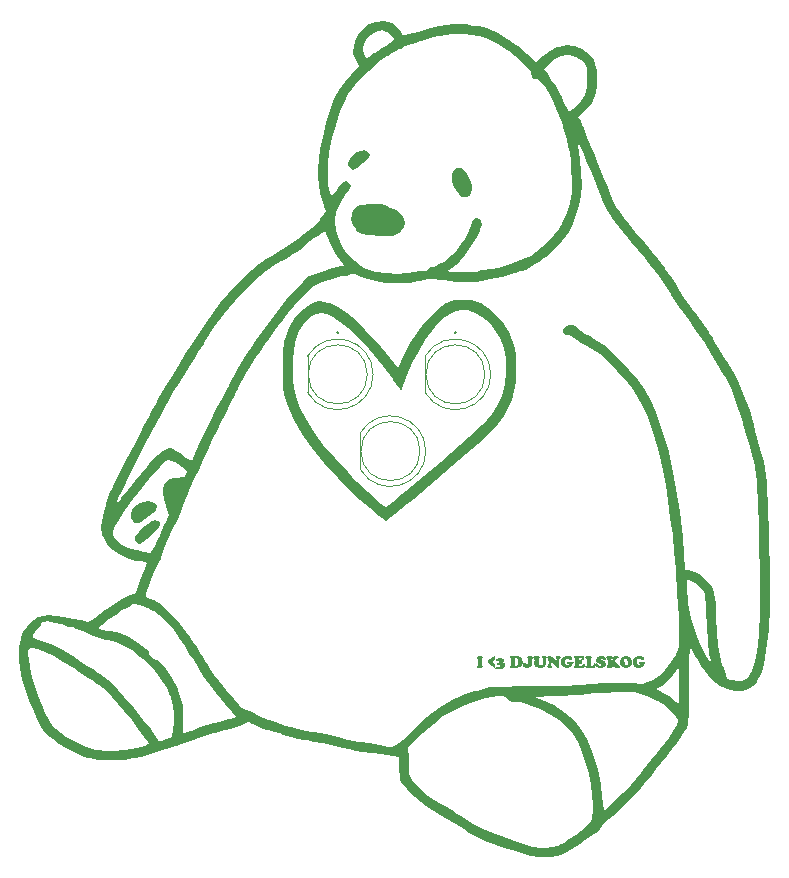
<source format=gto>
G04 #@! TF.GenerationSoftware,KiCad,Pcbnew,8.0.6*
G04 #@! TF.CreationDate,2025-05-21T14:19:44-04:00*
G04 #@! TF.ProjectId,DJUNGELSKOG Keychain,444a554e-4745-44c5-934b-4f47204b6579,rev?*
G04 #@! TF.SameCoordinates,Original*
G04 #@! TF.FileFunction,Legend,Top*
G04 #@! TF.FilePolarity,Positive*
%FSLAX46Y46*%
G04 Gerber Fmt 4.6, Leading zero omitted, Abs format (unit mm)*
G04 Created by KiCad (PCBNEW 8.0.6) date 2025-05-21 14:19:44*
%MOMM*%
%LPD*%
G01*
G04 APERTURE LIST*
%ADD10C,0.100000*%
%ADD11C,0.150000*%
%ADD12C,0.120000*%
%ADD13C,0.000000*%
%ADD14R,1.800000X1.800000*%
%ADD15C,1.800000*%
%ADD16C,2.000000*%
%ADD17C,1.600000*%
%ADD18O,1.600000X1.600000*%
G04 APERTURE END LIST*
D10*
G36*
X146829239Y-118860844D02*
G01*
X146882576Y-118862489D01*
X146933778Y-118867424D01*
X146978471Y-118874766D01*
X147026642Y-118889741D01*
X147066347Y-118921248D01*
X147078122Y-118961716D01*
X147067376Y-118996643D01*
X147024628Y-119024470D01*
X147017550Y-119028150D01*
X146986763Y-119067594D01*
X146979937Y-119093607D01*
X146974132Y-119146822D01*
X146971751Y-119198479D01*
X146970644Y-119254298D01*
X146970411Y-119300237D01*
X146970610Y-119362740D01*
X146971205Y-119418969D01*
X146972197Y-119468925D01*
X146973996Y-119522546D01*
X146976972Y-119573951D01*
X146983112Y-119624591D01*
X146996301Y-119651702D01*
X147028541Y-119672951D01*
X147067228Y-119703030D01*
X147078122Y-119739874D01*
X147060965Y-119786036D01*
X147018948Y-119813696D01*
X146988485Y-119823405D01*
X146940156Y-119833129D01*
X146886758Y-119840075D01*
X146835878Y-119843873D01*
X146781117Y-119845544D01*
X146764759Y-119845631D01*
X146710434Y-119844173D01*
X146652714Y-119838251D01*
X146598389Y-119825130D01*
X146555608Y-119801532D01*
X146533199Y-119758070D01*
X146532972Y-119752330D01*
X146555484Y-119706636D01*
X146580600Y-119687850D01*
X146613330Y-119650182D01*
X146616992Y-119636803D01*
X146622655Y-119586718D01*
X146625841Y-119534709D01*
X146627800Y-119481909D01*
X146629128Y-119420511D01*
X146629734Y-119365202D01*
X146629937Y-119304389D01*
X146629513Y-119252758D01*
X146627888Y-119198971D01*
X146624450Y-119147485D01*
X146617591Y-119099114D01*
X146612595Y-119080907D01*
X146581464Y-119041899D01*
X146569609Y-119033768D01*
X146530754Y-119002312D01*
X146529309Y-119000551D01*
X146518562Y-118964403D01*
X146538878Y-118919070D01*
X146549337Y-118911402D01*
X146597757Y-118891593D01*
X146649548Y-118879304D01*
X146654117Y-118878429D01*
X146702925Y-118869929D01*
X146752082Y-118864210D01*
X146801586Y-118861273D01*
X146829239Y-118860844D01*
G37*
G36*
X148099790Y-118855226D02*
G01*
X148099790Y-119187152D01*
X147822575Y-119345666D01*
X148098325Y-119503691D01*
X148099790Y-119835617D01*
X147474773Y-119476336D01*
X147474773Y-119212309D01*
X148099790Y-118855226D01*
G37*
G36*
X148496685Y-119032791D02*
G01*
X148546244Y-119034551D01*
X148601307Y-119041054D01*
X148653401Y-119052349D01*
X148702526Y-119068436D01*
X148735799Y-119082861D01*
X148778045Y-119111746D01*
X148803210Y-119141479D01*
X148824011Y-119188007D01*
X148828122Y-119222323D01*
X148818598Y-119274637D01*
X148793411Y-119319441D01*
X148757282Y-119357520D01*
X148747522Y-119365694D01*
X148728471Y-119387920D01*
X148761200Y-119408192D01*
X148816505Y-119422453D01*
X148862437Y-119443560D01*
X148905181Y-119477923D01*
X148934427Y-119522145D01*
X148950175Y-119576224D01*
X148953175Y-119617752D01*
X148948336Y-119670799D01*
X148933818Y-119721495D01*
X148909623Y-119769839D01*
X148880513Y-119810213D01*
X148875750Y-119815833D01*
X148840515Y-119851261D01*
X148798713Y-119882318D01*
X148750342Y-119909004D01*
X148703654Y-119928398D01*
X148661060Y-119942107D01*
X148609128Y-119954609D01*
X148554692Y-119963539D01*
X148505008Y-119968423D01*
X148453406Y-119970572D01*
X148438311Y-119970683D01*
X148386413Y-119969301D01*
X148337332Y-119965154D01*
X148283630Y-119956820D01*
X148233761Y-119944724D01*
X148194068Y-119931360D01*
X148149315Y-119905655D01*
X148125555Y-119862287D01*
X148124947Y-119852714D01*
X148141987Y-119805200D01*
X148148883Y-119798004D01*
X148194551Y-119776323D01*
X148207013Y-119775533D01*
X148255769Y-119783002D01*
X148301290Y-119792875D01*
X148351743Y-119798456D01*
X148370411Y-119798736D01*
X148421285Y-119794580D01*
X148471436Y-119778953D01*
X148496929Y-119763565D01*
X148531641Y-119726843D01*
X148545289Y-119680034D01*
X148530692Y-119631606D01*
X148507920Y-119608227D01*
X148462064Y-119586120D01*
X148410956Y-119579895D01*
X148362176Y-119584051D01*
X148343056Y-119588688D01*
X148313991Y-119594305D01*
X148274626Y-119561809D01*
X148270760Y-119554738D01*
X148253834Y-119508581D01*
X148250488Y-119478290D01*
X148261479Y-119449958D01*
X148307390Y-119430812D01*
X148321807Y-119425778D01*
X148367591Y-119401804D01*
X148401919Y-119372044D01*
X148427264Y-119330233D01*
X148430006Y-119310006D01*
X148415244Y-119262740D01*
X148401430Y-119246992D01*
X148356712Y-119222969D01*
X148332798Y-119220369D01*
X148290544Y-119226231D01*
X148244748Y-119247614D01*
X148225087Y-119257983D01*
X148198709Y-119266531D01*
X148160118Y-119239665D01*
X148143200Y-119193110D01*
X148142777Y-119184221D01*
X148161829Y-119138419D01*
X148200017Y-119107149D01*
X148229483Y-119090921D01*
X148275458Y-119071498D01*
X148324121Y-119056431D01*
X148355268Y-119048911D01*
X148405147Y-119039733D01*
X148458047Y-119034066D01*
X148496685Y-119032791D01*
G37*
G36*
X149535938Y-118858890D02*
G01*
X149585642Y-118860355D01*
X149619469Y-118860844D01*
X149670150Y-118860844D01*
X149724005Y-118860844D01*
X149773733Y-118860844D01*
X149825893Y-118860844D01*
X149841242Y-118860844D01*
X149890126Y-118860844D01*
X149906699Y-118860844D01*
X149963915Y-118862106D01*
X150016494Y-118865893D01*
X150071975Y-118873501D01*
X150121146Y-118884546D01*
X150158269Y-118896748D01*
X150207722Y-118919674D01*
X150252402Y-118947787D01*
X150292307Y-118981086D01*
X150327438Y-119019571D01*
X150357794Y-119063243D01*
X150366852Y-119078953D01*
X150391025Y-119130033D01*
X150407019Y-119177054D01*
X150418651Y-119227063D01*
X150425921Y-119280060D01*
X150428829Y-119336045D01*
X150428890Y-119345666D01*
X150426624Y-119394667D01*
X150419826Y-119443668D01*
X150408497Y-119492670D01*
X150405687Y-119502470D01*
X150389763Y-119549444D01*
X150368611Y-119596432D01*
X150343649Y-119638513D01*
X150311077Y-119679838D01*
X150274177Y-119716251D01*
X150232950Y-119747753D01*
X150187395Y-119774343D01*
X150137512Y-119796021D01*
X150119923Y-119802156D01*
X150071949Y-119815615D01*
X150022275Y-119824670D01*
X149970901Y-119829320D01*
X149941625Y-119830000D01*
X149858583Y-119830000D01*
X149787020Y-119830000D01*
X149737050Y-119830000D01*
X149686546Y-119830000D01*
X149640718Y-119830000D01*
X149591381Y-119830000D01*
X149542363Y-119830000D01*
X149494417Y-119830000D01*
X149447766Y-119830000D01*
X149398299Y-119822658D01*
X149367411Y-119806796D01*
X149338620Y-119765520D01*
X149336147Y-119745247D01*
X149350558Y-119702749D01*
X149394308Y-119679125D01*
X149396231Y-119678569D01*
X149428960Y-119659030D01*
X149441604Y-119610410D01*
X149442637Y-119602609D01*
X149446530Y-119550551D01*
X149448972Y-119500543D01*
X149451009Y-119446742D01*
X149452407Y-119402575D01*
X149453984Y-119346773D01*
X149455235Y-119291108D01*
X149456159Y-119235581D01*
X149456758Y-119180191D01*
X149457030Y-119124939D01*
X149457048Y-119106552D01*
X149455739Y-119079685D01*
X149792882Y-119079685D01*
X149792882Y-119589420D01*
X149804358Y-119637546D01*
X149809002Y-119642909D01*
X149855778Y-119657816D01*
X149865422Y-119658053D01*
X149920938Y-119651106D01*
X149967045Y-119630265D01*
X150003742Y-119595531D01*
X150031030Y-119546903D01*
X150046085Y-119497997D01*
X150055118Y-119440199D01*
X150057941Y-119391016D01*
X150058129Y-119373510D01*
X150056524Y-119316242D01*
X150051706Y-119264058D01*
X150042028Y-119209602D01*
X150027978Y-119162064D01*
X150012456Y-119126824D01*
X149983483Y-119085685D01*
X149940596Y-119053453D01*
X149893328Y-119037290D01*
X149844905Y-119032791D01*
X149803872Y-119043049D01*
X149792882Y-119079685D01*
X149455739Y-119079685D01*
X149454575Y-119055796D01*
X149449232Y-119033524D01*
X149411374Y-119005924D01*
X149370400Y-118976701D01*
X149358862Y-118937292D01*
X149377158Y-118891830D01*
X149394277Y-118878918D01*
X149442079Y-118862131D01*
X149490265Y-118858157D01*
X149535938Y-118858890D01*
G37*
G36*
X151043161Y-118860844D02*
G01*
X151096847Y-118862460D01*
X151146153Y-118866734D01*
X151195937Y-118873680D01*
X151200942Y-118874521D01*
X151249310Y-118885380D01*
X151294436Y-118904203D01*
X151298394Y-118906762D01*
X151327246Y-118947520D01*
X151329169Y-118965380D01*
X151317445Y-119003237D01*
X151276538Y-119031639D01*
X151270062Y-119034989D01*
X151232693Y-119066817D01*
X151228053Y-119079197D01*
X151223444Y-119132585D01*
X151221210Y-119182490D01*
X151219333Y-119237582D01*
X151217794Y-119292177D01*
X151217184Y-119345427D01*
X151216451Y-119399993D01*
X151215596Y-119450781D01*
X151214253Y-119502586D01*
X151213886Y-119510774D01*
X151208996Y-119560226D01*
X151205094Y-119582093D01*
X151192332Y-119630636D01*
X151171698Y-119678679D01*
X151144418Y-119719766D01*
X151122540Y-119743293D01*
X151080602Y-119776312D01*
X151035099Y-119801510D01*
X150992847Y-119818520D01*
X150942624Y-119832817D01*
X150890875Y-119841819D01*
X150837600Y-119845525D01*
X150826762Y-119845631D01*
X150773642Y-119843236D01*
X150720407Y-119836049D01*
X150671912Y-119825359D01*
X150620909Y-119809378D01*
X150574698Y-119789645D01*
X150536845Y-119768450D01*
X150498317Y-119737883D01*
X150467362Y-119699181D01*
X150459909Y-119686629D01*
X150440541Y-119640227D01*
X150432019Y-119591206D01*
X150431577Y-119576720D01*
X150437965Y-119525635D01*
X150459304Y-119478200D01*
X150477006Y-119456064D01*
X150517746Y-119424911D01*
X150566146Y-119409639D01*
X150591067Y-119407948D01*
X150642096Y-119414639D01*
X150689567Y-119436812D01*
X150704640Y-119448492D01*
X150737031Y-119488443D01*
X150751283Y-119536061D01*
X150752023Y-119551074D01*
X150744230Y-119599468D01*
X150743719Y-119601632D01*
X150742498Y-119615310D01*
X150755687Y-119646329D01*
X150792323Y-119658053D01*
X150840624Y-119641538D01*
X150860467Y-119619706D01*
X150880251Y-119574766D01*
X150886742Y-119524623D01*
X150886845Y-119516636D01*
X150886357Y-119454354D01*
X150884891Y-119286803D01*
X150882705Y-119234098D01*
X150880414Y-119183853D01*
X150877628Y-119133077D01*
X150875610Y-119108506D01*
X150861688Y-119067229D01*
X150845812Y-119051353D01*
X150805024Y-119039141D01*
X150772540Y-119017404D01*
X150759106Y-118978813D01*
X150773883Y-118930694D01*
X150790369Y-118914089D01*
X150834117Y-118891483D01*
X150881431Y-118878011D01*
X150889776Y-118876231D01*
X150941400Y-118867471D01*
X150994179Y-118862347D01*
X151043161Y-118860844D01*
G37*
G36*
X152369644Y-119225498D02*
G01*
X152369644Y-119393049D01*
X152368828Y-119447360D01*
X152365814Y-119502843D01*
X152359651Y-119555863D01*
X152347868Y-119606553D01*
X152346441Y-119610669D01*
X152323491Y-119659207D01*
X152292196Y-119702421D01*
X152252554Y-119740311D01*
X152204566Y-119772877D01*
X152158200Y-119795949D01*
X152127599Y-119808018D01*
X152075148Y-119824474D01*
X152026548Y-119835016D01*
X151975424Y-119841958D01*
X151921776Y-119845300D01*
X151898011Y-119845631D01*
X151843583Y-119843963D01*
X151791918Y-119838960D01*
X151743016Y-119830622D01*
X151685774Y-119815508D01*
X151632849Y-119795182D01*
X151584241Y-119769646D01*
X151539951Y-119738897D01*
X151502565Y-119704173D01*
X151470643Y-119662286D01*
X151448360Y-119616531D01*
X151435093Y-119567134D01*
X151427354Y-119512602D01*
X151424087Y-119463590D01*
X151423203Y-119416985D01*
X151423767Y-119365621D01*
X151424969Y-119311573D01*
X151426412Y-119259232D01*
X151426622Y-119252121D01*
X151427734Y-119203034D01*
X151428545Y-119152718D01*
X151428576Y-119145387D01*
X151426370Y-119096283D01*
X151420760Y-119069672D01*
X151387738Y-119032916D01*
X151386078Y-119031814D01*
X151349441Y-118997681D01*
X151337229Y-118959274D01*
X151354965Y-118913730D01*
X151362142Y-118906517D01*
X151406002Y-118881787D01*
X151427355Y-118876231D01*
X151477782Y-118868117D01*
X151527694Y-118863383D01*
X151581896Y-118861084D01*
X151607362Y-118860844D01*
X151662103Y-118861928D01*
X151712020Y-118865179D01*
X151762411Y-118871428D01*
X151797383Y-118878185D01*
X151845903Y-118898118D01*
X151874207Y-118937955D01*
X151877006Y-118960495D01*
X151858493Y-119007432D01*
X151852826Y-119012519D01*
X151809839Y-119034745D01*
X151783705Y-119066252D01*
X151777182Y-119116920D01*
X151776622Y-119146364D01*
X151776097Y-119197183D01*
X151775105Y-119248906D01*
X151773846Y-119303826D01*
X151772508Y-119357058D01*
X151771249Y-119404528D01*
X151773813Y-119458231D01*
X151786916Y-119510400D01*
X151810839Y-119553835D01*
X151832798Y-119577941D01*
X151876544Y-119607708D01*
X151924309Y-119622925D01*
X151968841Y-119626789D01*
X152019460Y-119621966D01*
X152064829Y-119607494D01*
X152106500Y-119581185D01*
X152130041Y-119554738D01*
X152151362Y-119509269D01*
X152154221Y-119497585D01*
X152159889Y-119448355D01*
X152160816Y-119409658D01*
X152160816Y-119258715D01*
X152159682Y-119208371D01*
X152158148Y-119157309D01*
X152155808Y-119105095D01*
X152151290Y-119058925D01*
X152119340Y-119019789D01*
X152111235Y-119015694D01*
X152068278Y-118992109D01*
X152059455Y-118984675D01*
X152044801Y-118947550D01*
X152063227Y-118901538D01*
X152097069Y-118880872D01*
X152144375Y-118868667D01*
X152196182Y-118862800D01*
X152245732Y-118860922D01*
X152259246Y-118860844D01*
X152309651Y-118862080D01*
X152362612Y-118867104D01*
X152411430Y-118878232D01*
X152418004Y-118880628D01*
X152457834Y-118909023D01*
X152469050Y-118946329D01*
X152459525Y-118980279D01*
X152418051Y-119009502D01*
X152413607Y-119012030D01*
X152377898Y-119045917D01*
X152375750Y-119052575D01*
X152371903Y-119106552D01*
X152370575Y-119157904D01*
X152369839Y-119207077D01*
X152369644Y-119225498D01*
G37*
G36*
X152884508Y-118910425D02*
G01*
X153226692Y-119214996D01*
X153265710Y-119245038D01*
X153290928Y-119255052D01*
X153317439Y-119212864D01*
X153318771Y-119185931D01*
X153317646Y-119133045D01*
X153312483Y-119082602D01*
X153309246Y-119069427D01*
X153278566Y-119029924D01*
X153269678Y-119024975D01*
X153230266Y-118996052D01*
X153228646Y-118993956D01*
X153216434Y-118950969D01*
X153232749Y-118903145D01*
X153277118Y-118874894D01*
X153301674Y-118868171D01*
X153350478Y-118862454D01*
X153401197Y-118860908D01*
X153415980Y-118860844D01*
X153469975Y-118861849D01*
X153522168Y-118865805D01*
X153561793Y-118873545D01*
X153606388Y-118896980D01*
X153630064Y-118943310D01*
X153630669Y-118954145D01*
X153612895Y-119002239D01*
X153574494Y-119028639D01*
X153548360Y-119043049D01*
X153537369Y-119061123D01*
X153525546Y-119110267D01*
X153520713Y-119160016D01*
X153518721Y-119215039D01*
X153518562Y-119230383D01*
X153518562Y-119454842D01*
X153518702Y-119507229D01*
X153519009Y-119558622D01*
X153519295Y-119596015D01*
X153518844Y-119646229D01*
X153516440Y-119695745D01*
X153510601Y-119745834D01*
X153504640Y-119773091D01*
X153482485Y-119820058D01*
X153439613Y-119844993D01*
X153429658Y-119845631D01*
X153389602Y-119836106D01*
X153349478Y-119805470D01*
X153336601Y-119794096D01*
X152929204Y-119427487D01*
X152888580Y-119398061D01*
X152863503Y-119391095D01*
X152834327Y-119433456D01*
X152829686Y-119486407D01*
X152829553Y-119499539D01*
X152830531Y-119552757D01*
X152834726Y-119603969D01*
X152839567Y-119627522D01*
X152867289Y-119668011D01*
X152879378Y-119675394D01*
X152918828Y-119706551D01*
X152929937Y-119741828D01*
X152913070Y-119792006D01*
X152869759Y-119822823D01*
X152819785Y-119837420D01*
X152766687Y-119844009D01*
X152716713Y-119845631D01*
X152666732Y-119843583D01*
X152614302Y-119835518D01*
X152567969Y-119819741D01*
X152529050Y-119790210D01*
X152513747Y-119744026D01*
X152524738Y-119704459D01*
X152564317Y-119674293D01*
X152570655Y-119670509D01*
X152600477Y-119631098D01*
X152605826Y-119607983D01*
X152610956Y-119558905D01*
X152614241Y-119507973D01*
X152616165Y-119458382D01*
X152617264Y-119403313D01*
X152617550Y-119353237D01*
X152617055Y-119300333D01*
X152615155Y-119243066D01*
X152611829Y-119192582D01*
X152606147Y-119142257D01*
X152597278Y-119096050D01*
X152579448Y-119055017D01*
X152543545Y-119029371D01*
X152502354Y-119002407D01*
X152497627Y-118997376D01*
X152484193Y-118957564D01*
X152501058Y-118910521D01*
X152546146Y-118880975D01*
X152596739Y-118867645D01*
X152604117Y-118866461D01*
X152653418Y-118862429D01*
X152705672Y-118861041D01*
X152739916Y-118860844D01*
X152791193Y-118863463D01*
X152822470Y-118870125D01*
X152865183Y-118894598D01*
X152884508Y-118910425D01*
G37*
G36*
X154183635Y-118860844D02*
G01*
X154234088Y-118862795D01*
X154282957Y-118868649D01*
X154335398Y-118879731D01*
X154355826Y-118885512D01*
X154401988Y-118896992D01*
X154449640Y-118884354D01*
X154457431Y-118881605D01*
X154489183Y-118876475D01*
X154537755Y-118893094D01*
X154568806Y-118923614D01*
X154596906Y-118965912D01*
X154617342Y-119015448D01*
X154626425Y-119067655D01*
X154626936Y-119083838D01*
X154620812Y-119132537D01*
X154598815Y-119177661D01*
X154594940Y-119182512D01*
X154555223Y-119212051D01*
X154510676Y-119220369D01*
X154461102Y-119210467D01*
X154427878Y-119192281D01*
X154392587Y-119157309D01*
X154369504Y-119131465D01*
X154331631Y-119095134D01*
X154285776Y-119066669D01*
X154236482Y-119051342D01*
X154201709Y-119048422D01*
X154151563Y-119054361D01*
X154104336Y-119074614D01*
X154065422Y-119109239D01*
X154038889Y-119151495D01*
X154022183Y-119202242D01*
X154015550Y-119255174D01*
X154015108Y-119274347D01*
X154017993Y-119331417D01*
X154026648Y-119385207D01*
X154041074Y-119435716D01*
X154061270Y-119482946D01*
X154087236Y-119526895D01*
X154097173Y-119540816D01*
X154132920Y-119577926D01*
X154169958Y-119603342D01*
X154217459Y-119622301D01*
X154253977Y-119626789D01*
X154299972Y-119609575D01*
X154306734Y-119602609D01*
X154326426Y-119557867D01*
X154327739Y-119539351D01*
X154311374Y-119492944D01*
X154300139Y-119487083D01*
X154262770Y-119486106D01*
X154215429Y-119472543D01*
X154208304Y-119467055D01*
X154186408Y-119422103D01*
X154186322Y-119418450D01*
X154204139Y-119372276D01*
X154248405Y-119344239D01*
X154267411Y-119337850D01*
X154316917Y-119326398D01*
X154370365Y-119318693D01*
X154421182Y-119314992D01*
X154461339Y-119314159D01*
X154510759Y-119315210D01*
X154562916Y-119318989D01*
X154616082Y-119326523D01*
X154658443Y-119336140D01*
X154704332Y-119356288D01*
X154735187Y-119395037D01*
X154739043Y-119419916D01*
X154719504Y-119464368D01*
X154674095Y-119485620D01*
X154670411Y-119486106D01*
X154643545Y-119495387D01*
X154630844Y-119529581D01*
X154614954Y-119579964D01*
X154593571Y-119626606D01*
X154566695Y-119669509D01*
X154534326Y-119708672D01*
X154513363Y-119729371D01*
X154473273Y-119761357D01*
X154428412Y-119788619D01*
X154383959Y-119809118D01*
X154368283Y-119815101D01*
X154319914Y-119829859D01*
X154270154Y-119839787D01*
X154219004Y-119844886D01*
X154189986Y-119845631D01*
X154133709Y-119843175D01*
X154079183Y-119835808D01*
X154026410Y-119823529D01*
X153975388Y-119806338D01*
X153926117Y-119784236D01*
X153910083Y-119775778D01*
X153863031Y-119747024D01*
X153820427Y-119714251D01*
X153782271Y-119677460D01*
X153748562Y-119636651D01*
X153719302Y-119591823D01*
X153710537Y-119575987D01*
X153688172Y-119528449D01*
X153671301Y-119479229D01*
X153659922Y-119428325D01*
X153654037Y-119375738D01*
X153653140Y-119344933D01*
X153656424Y-119290605D01*
X153666276Y-119237469D01*
X153682697Y-119185525D01*
X153705686Y-119134774D01*
X153721772Y-119106308D01*
X153750927Y-119062736D01*
X153784168Y-119023063D01*
X153821498Y-118987288D01*
X153862914Y-118955412D01*
X153908417Y-118927433D01*
X153924494Y-118918974D01*
X153975713Y-118896323D01*
X154029994Y-118879237D01*
X154078958Y-118869018D01*
X154130172Y-118862888D01*
X154183635Y-118860844D01*
G37*
G36*
X154900732Y-118876475D02*
G01*
X155253907Y-118876475D01*
X155303657Y-118876323D01*
X155355668Y-118875703D01*
X155406381Y-118874183D01*
X155409490Y-118874033D01*
X155460702Y-118869662D01*
X155504745Y-118863286D01*
X155528681Y-118860844D01*
X155576405Y-118878515D01*
X155598046Y-118901877D01*
X155622775Y-118944142D01*
X155638346Y-118991560D01*
X155644757Y-119044129D01*
X155644940Y-119055261D01*
X155637535Y-119104115D01*
X155623935Y-119130000D01*
X155581658Y-119156511D01*
X155566294Y-119157843D01*
X155526727Y-119147829D01*
X155494431Y-119110581D01*
X155490334Y-119104598D01*
X155455491Y-119067180D01*
X155417306Y-119047445D01*
X155366863Y-119037428D01*
X155316693Y-119033707D01*
X155268073Y-119032791D01*
X155217265Y-119036419D01*
X155178681Y-119054773D01*
X155168911Y-119088478D01*
X155167687Y-119139779D01*
X155167451Y-119192778D01*
X155167445Y-119204249D01*
X155178436Y-119244549D01*
X155229216Y-119251460D01*
X155245603Y-119251632D01*
X155282240Y-119242107D01*
X155296161Y-119206203D01*
X155305165Y-119157124D01*
X155306908Y-119151737D01*
X155327913Y-119124382D01*
X155366503Y-119110949D01*
X155412047Y-119130942D01*
X155420725Y-119141235D01*
X155440294Y-119188030D01*
X155446371Y-119214996D01*
X155453734Y-119264681D01*
X155456589Y-119316190D01*
X155456629Y-119323196D01*
X155454477Y-119376303D01*
X155446910Y-119430174D01*
X155433894Y-119477823D01*
X155422191Y-119506133D01*
X155387749Y-119542655D01*
X155358932Y-119548632D01*
X155320830Y-119534221D01*
X155305965Y-119486798D01*
X155304954Y-119479511D01*
X155286812Y-119433177D01*
X155243562Y-119409695D01*
X155222156Y-119407948D01*
X155186008Y-119424801D01*
X155176817Y-119474760D01*
X155176482Y-119492700D01*
X155178376Y-119543115D01*
X155180879Y-119575987D01*
X155186584Y-119625942D01*
X155189916Y-119642909D01*
X155219958Y-119666601D01*
X155271083Y-119672847D01*
X155311549Y-119673684D01*
X155364389Y-119671694D01*
X155413629Y-119664815D01*
X155462735Y-119648527D01*
X155503207Y-119618661D01*
X155534425Y-119576863D01*
X155544801Y-119557180D01*
X155569825Y-119514580D01*
X155581926Y-119501249D01*
X155626622Y-119486106D01*
X155671905Y-119504648D01*
X155680111Y-119514193D01*
X155699455Y-119560906D01*
X155701116Y-119582826D01*
X155694981Y-119634358D01*
X155682011Y-119681673D01*
X155679378Y-119689560D01*
X155661850Y-119735229D01*
X155639683Y-119780286D01*
X155626378Y-119802644D01*
X155597801Y-119836350D01*
X155567515Y-119845631D01*
X155528436Y-119840990D01*
X155477695Y-119833846D01*
X155425767Y-119830470D01*
X155412421Y-119830000D01*
X154829902Y-119830000D01*
X154780588Y-119819266D01*
X154770307Y-119812414D01*
X154748654Y-119766991D01*
X154748569Y-119763077D01*
X154758339Y-119729371D01*
X154799371Y-119704459D01*
X154826971Y-119684919D01*
X154840893Y-119649504D01*
X154849648Y-119601058D01*
X154856253Y-119545693D01*
X154860203Y-119492731D01*
X154862573Y-119434685D01*
X154863341Y-119382430D01*
X154863363Y-119371556D01*
X154862859Y-119308732D01*
X154861348Y-119252029D01*
X154858829Y-119201448D01*
X154854264Y-119146830D01*
X154846708Y-119093913D01*
X154833107Y-119044782D01*
X154831123Y-119040362D01*
X154818178Y-119023754D01*
X154786427Y-119012030D01*
X154747012Y-118980304D01*
X154741730Y-118952435D01*
X154756385Y-118908471D01*
X154794975Y-118882826D01*
X154845691Y-118877523D01*
X154895912Y-118876482D01*
X154900732Y-118876475D01*
G37*
G36*
X156175191Y-119180314D02*
G01*
X156175191Y-119493433D01*
X156176563Y-119545655D01*
X156182660Y-119596952D01*
X156192533Y-119625568D01*
X156233772Y-119652691D01*
X156281437Y-119658053D01*
X156333655Y-119653416D01*
X156383030Y-119636285D01*
X156400383Y-119625080D01*
X156435170Y-119585903D01*
X156456029Y-119538580D01*
X156460711Y-119521521D01*
X156485365Y-119478899D01*
X156514933Y-119470474D01*
X156561416Y-119485936D01*
X156580390Y-119506378D01*
X156600535Y-119553029D01*
X156605303Y-119597969D01*
X156600203Y-119648905D01*
X156584901Y-119701696D01*
X156562736Y-119750178D01*
X156540823Y-119787501D01*
X156509902Y-119827228D01*
X156503454Y-119832686D01*
X156462421Y-119845631D01*
X156309769Y-119830000D01*
X155830076Y-119830000D01*
X155781391Y-119825780D01*
X155759490Y-119818032D01*
X155729025Y-119778610D01*
X155727494Y-119763565D01*
X155738241Y-119730348D01*
X155781604Y-119703730D01*
X155786113Y-119701528D01*
X155824574Y-119670011D01*
X155832274Y-119653900D01*
X155838410Y-119604763D01*
X155840289Y-119552509D01*
X155840815Y-119500059D01*
X155840823Y-119491723D01*
X155840419Y-119441652D01*
X155839487Y-119390897D01*
X155838205Y-119338384D01*
X155837404Y-119309518D01*
X155835862Y-119255876D01*
X155834529Y-119203923D01*
X155833477Y-119152493D01*
X155833251Y-119137083D01*
X155830856Y-119088190D01*
X155825680Y-119065764D01*
X155793928Y-119039874D01*
X155747115Y-119021136D01*
X155733845Y-119013251D01*
X155709029Y-118971034D01*
X155708932Y-118967822D01*
X155728359Y-118921558D01*
X155771876Y-118893434D01*
X155797348Y-118884047D01*
X155847079Y-118871811D01*
X155899872Y-118864673D01*
X155953189Y-118861410D01*
X155989567Y-118860844D01*
X156044922Y-118861510D01*
X156093872Y-118863509D01*
X156147397Y-118868036D01*
X156190334Y-118874766D01*
X156238506Y-118891080D01*
X156274456Y-118924556D01*
X156281681Y-118955854D01*
X156268492Y-118994445D01*
X156226173Y-119018879D01*
X156210362Y-119025708D01*
X156181297Y-119061612D01*
X156176360Y-119111792D01*
X156175245Y-119163458D01*
X156175191Y-119180314D01*
G37*
G36*
X157035659Y-118860844D02*
G01*
X157084832Y-118864326D01*
X157136429Y-118873415D01*
X157188132Y-118886230D01*
X157223237Y-118896503D01*
X157243021Y-118900411D01*
X157281612Y-118888443D01*
X157307501Y-118883803D01*
X157355261Y-118900547D01*
X157391035Y-118934109D01*
X157410816Y-118960006D01*
X157436436Y-119002173D01*
X157455069Y-119047711D01*
X157463610Y-119096205D01*
X157463817Y-119104842D01*
X157452982Y-119154190D01*
X157438660Y-119175673D01*
X157396566Y-119202439D01*
X157376866Y-119204738D01*
X157328506Y-119192770D01*
X157289771Y-119160427D01*
X157251325Y-119124626D01*
X157211392Y-119091287D01*
X157167050Y-119065166D01*
X157118507Y-119050283D01*
X157094521Y-119048422D01*
X157046572Y-119059225D01*
X157038346Y-119064787D01*
X157017829Y-119107041D01*
X157039725Y-119151430D01*
X157083615Y-119176956D01*
X157117480Y-119188374D01*
X157167380Y-119203163D01*
X157216524Y-119218441D01*
X157265352Y-119234960D01*
X157300662Y-119249190D01*
X157352379Y-119278378D01*
X157395330Y-119311596D01*
X157429516Y-119348845D01*
X157458968Y-119398866D01*
X157475798Y-119454690D01*
X157480181Y-119505645D01*
X157475879Y-119559767D01*
X157462973Y-119610024D01*
X157441464Y-119656418D01*
X157411350Y-119698948D01*
X157372633Y-119737614D01*
X157357815Y-119749644D01*
X157317052Y-119777296D01*
X157272616Y-119800262D01*
X157224507Y-119818541D01*
X157172725Y-119832133D01*
X157117269Y-119841038D01*
X157058141Y-119845256D01*
X157033461Y-119845631D01*
X156982797Y-119843989D01*
X156930550Y-119839062D01*
X156876718Y-119830851D01*
X156846127Y-119824870D01*
X156794911Y-119812594D01*
X156748066Y-119797548D01*
X156703000Y-119775778D01*
X156669783Y-119739874D01*
X156647435Y-119696277D01*
X156640474Y-119678569D01*
X156625039Y-119627984D01*
X156616011Y-119578323D01*
X156613363Y-119533977D01*
X156624318Y-119485626D01*
X156628750Y-119479267D01*
X156672632Y-119455057D01*
X156678087Y-119454842D01*
X156724016Y-119473385D01*
X156734019Y-119482930D01*
X156765402Y-119522892D01*
X156796086Y-119566650D01*
X156802651Y-119576231D01*
X156839127Y-119611771D01*
X156880321Y-119634605D01*
X156928038Y-119650634D01*
X156977159Y-119657686D01*
X156991451Y-119658053D01*
X157042194Y-119652197D01*
X157068876Y-119641444D01*
X157097668Y-119601686D01*
X157097697Y-119600167D01*
X157074982Y-119559378D01*
X157029078Y-119535555D01*
X156998290Y-119525184D01*
X156946338Y-119509323D01*
X156897270Y-119492197D01*
X156850416Y-119472339D01*
X156847103Y-119470718D01*
X156802678Y-119445233D01*
X156760870Y-119414512D01*
X156749406Y-119404773D01*
X156711639Y-119367000D01*
X156681686Y-119327321D01*
X156656617Y-119278620D01*
X156642183Y-119227324D01*
X156638276Y-119181290D01*
X156643032Y-119131607D01*
X156657302Y-119082972D01*
X156667096Y-119060879D01*
X156692261Y-119018964D01*
X156724158Y-118981515D01*
X156749162Y-118959030D01*
X156794955Y-118925662D01*
X156844405Y-118899198D01*
X156897514Y-118879637D01*
X156954280Y-118866980D01*
X157004380Y-118861707D01*
X157035659Y-118860844D01*
G37*
G36*
X158331612Y-119081639D02*
G01*
X158258094Y-119153203D01*
X158226281Y-119192793D01*
X158219993Y-119216706D01*
X158228541Y-119247480D01*
X158258952Y-119288381D01*
X158262002Y-119291933D01*
X158518946Y-119588932D01*
X158552987Y-119626217D01*
X158565352Y-119637780D01*
X158602721Y-119658785D01*
X158645729Y-119683480D01*
X158658408Y-119696154D01*
X158675238Y-119742022D01*
X158675505Y-119750132D01*
X158659809Y-119798801D01*
X158612720Y-119825008D01*
X158563886Y-119830000D01*
X158303524Y-119830000D01*
X158257117Y-119817299D01*
X158223807Y-119781503D01*
X158205826Y-119757948D01*
X158173171Y-119715306D01*
X158139603Y-119674548D01*
X158106725Y-119636681D01*
X158070574Y-119596757D01*
X158065143Y-119590886D01*
X158029654Y-119554272D01*
X158012630Y-119538618D01*
X157988206Y-119526894D01*
X157957741Y-119567889D01*
X157956210Y-119594061D01*
X157962759Y-119644827D01*
X157979413Y-119672219D01*
X158000907Y-119686873D01*
X158034760Y-119723137D01*
X158041451Y-119753307D01*
X158023460Y-119798997D01*
X157977704Y-119825115D01*
X157930014Y-119835934D01*
X157880563Y-119841704D01*
X157829053Y-119844649D01*
X157778781Y-119845611D01*
X157769853Y-119845631D01*
X157717049Y-119844895D01*
X157664774Y-119842250D01*
X157611536Y-119836239D01*
X157582274Y-119830244D01*
X157540028Y-119804884D01*
X157537822Y-119802400D01*
X157520725Y-119756482D01*
X157538280Y-119710153D01*
X157565666Y-119687117D01*
X157589602Y-119662449D01*
X157603524Y-119615066D01*
X157610017Y-119565006D01*
X157614005Y-119509349D01*
X157616117Y-119452034D01*
X157616904Y-119396507D01*
X157616957Y-119376685D01*
X157616605Y-119319353D01*
X157615550Y-119267496D01*
X157613354Y-119212493D01*
X157609513Y-119158285D01*
X157603433Y-119109470D01*
X157602547Y-119104354D01*
X157588625Y-119059902D01*
X157557606Y-119034012D01*
X157522325Y-118998324D01*
X157515352Y-118965868D01*
X157530052Y-118919065D01*
X157541486Y-118907250D01*
X157585526Y-118884371D01*
X157622575Y-118874766D01*
X157675484Y-118866840D01*
X157725042Y-118862802D01*
X157780241Y-118860966D01*
X157799895Y-118860844D01*
X157851125Y-118862187D01*
X157900438Y-118866910D01*
X157948746Y-118877300D01*
X157963049Y-118882337D01*
X158001700Y-118912501D01*
X158014584Y-118959518D01*
X158006280Y-118995910D01*
X157970989Y-119030915D01*
X157967201Y-119034012D01*
X157949127Y-119077732D01*
X157941193Y-119126081D01*
X157940334Y-119147829D01*
X157951515Y-119195736D01*
X157958653Y-119198143D01*
X157984787Y-119185687D01*
X158017908Y-119148819D01*
X158042428Y-119119009D01*
X158072790Y-119078766D01*
X158092254Y-119037187D01*
X158080041Y-119002505D01*
X158070272Y-118965868D01*
X158083044Y-118918695D01*
X158121362Y-118887086D01*
X158128401Y-118884047D01*
X158177341Y-118870837D01*
X158230735Y-118864107D01*
X158280572Y-118861410D01*
X158320621Y-118860844D01*
X158370553Y-118861714D01*
X158423308Y-118865249D01*
X158472447Y-118873080D01*
X158479134Y-118874766D01*
X158523413Y-118897020D01*
X158546921Y-118943556D01*
X158547522Y-118954633D01*
X158532868Y-119000062D01*
X158496720Y-119027173D01*
X158446649Y-119032370D01*
X158428087Y-119032791D01*
X158380111Y-119042184D01*
X158376796Y-119044026D01*
X158338515Y-119075068D01*
X158331612Y-119081639D01*
G37*
G36*
X159246923Y-118863336D02*
G01*
X159299560Y-118870814D01*
X159349991Y-118883277D01*
X159398216Y-118900724D01*
X159444235Y-118923157D01*
X159488047Y-118950575D01*
X159504954Y-118962937D01*
X159543068Y-118995497D01*
X159577910Y-119032053D01*
X159609480Y-119072607D01*
X159637776Y-119117158D01*
X159652477Y-119144410D01*
X159673890Y-119192839D01*
X159690043Y-119241315D01*
X159700938Y-119289838D01*
X159706573Y-119338407D01*
X159707431Y-119366182D01*
X159704766Y-119416615D01*
X159696770Y-119465330D01*
X159683442Y-119512327D01*
X159664784Y-119557608D01*
X159640795Y-119601171D01*
X159611476Y-119643016D01*
X159598255Y-119659274D01*
X159561825Y-119698217D01*
X159521410Y-119732798D01*
X159477011Y-119763018D01*
X159428628Y-119788875D01*
X159376261Y-119810370D01*
X159357920Y-119816566D01*
X159306499Y-119830616D01*
X159255000Y-119840068D01*
X159203424Y-119844921D01*
X159174738Y-119845631D01*
X159122549Y-119843247D01*
X159071341Y-119836094D01*
X159021115Y-119824173D01*
X158971871Y-119807483D01*
X158944173Y-119795806D01*
X158896199Y-119771010D01*
X158852295Y-119741870D01*
X158812462Y-119708385D01*
X158776698Y-119670555D01*
X158745005Y-119628380D01*
X158735345Y-119613356D01*
X158710444Y-119568268D01*
X158690694Y-119521479D01*
X158676097Y-119472990D01*
X158666652Y-119422801D01*
X158662358Y-119370912D01*
X158662072Y-119353237D01*
X158664374Y-119302589D01*
X158671279Y-119253837D01*
X158682181Y-119211332D01*
X159016957Y-119211332D01*
X159020010Y-119260100D01*
X159029169Y-119313590D01*
X159042633Y-119365769D01*
X159048220Y-119384012D01*
X159064874Y-119431853D01*
X159086055Y-119482390D01*
X159109826Y-119529449D01*
X159127110Y-119558890D01*
X159159372Y-119595758D01*
X159176936Y-119608471D01*
X159223411Y-119625913D01*
X159236531Y-119626789D01*
X159285261Y-119615507D01*
X159314933Y-119591130D01*
X159338374Y-119546365D01*
X159344975Y-119495875D01*
X159342399Y-119444589D01*
X159334671Y-119390870D01*
X159323311Y-119340443D01*
X159318597Y-119323196D01*
X159302503Y-119273172D01*
X159283898Y-119227514D01*
X159260280Y-119181905D01*
X159249965Y-119165170D01*
X159219267Y-119126144D01*
X159192079Y-119103377D01*
X159146962Y-119082524D01*
X159126378Y-119079685D01*
X159078567Y-119091409D01*
X159041625Y-119126580D01*
X159021028Y-119173544D01*
X159016957Y-119211332D01*
X158682181Y-119211332D01*
X158685642Y-119197838D01*
X158706633Y-119144569D01*
X158734253Y-119094031D01*
X158756350Y-119061856D01*
X158789801Y-119021819D01*
X158827321Y-118985973D01*
X158868912Y-118954316D01*
X158914573Y-118926851D01*
X158964304Y-118903575D01*
X158981786Y-118896748D01*
X159030467Y-118881040D01*
X159081742Y-118869820D01*
X159135613Y-118863088D01*
X159184879Y-118860879D01*
X159192079Y-118860844D01*
X159246923Y-118863336D01*
G37*
G36*
X160256489Y-118860844D02*
G01*
X160306942Y-118862795D01*
X160355811Y-118868649D01*
X160408252Y-118879731D01*
X160428681Y-118885512D01*
X160474842Y-118896992D01*
X160522494Y-118884354D01*
X160530286Y-118881605D01*
X160562037Y-118876475D01*
X160610610Y-118893094D01*
X160641660Y-118923614D01*
X160669760Y-118965912D01*
X160690196Y-119015448D01*
X160699279Y-119067655D01*
X160699790Y-119083838D01*
X160693666Y-119132537D01*
X160671669Y-119177661D01*
X160667794Y-119182512D01*
X160628077Y-119212051D01*
X160583531Y-119220369D01*
X160533957Y-119210467D01*
X160500732Y-119192281D01*
X160465441Y-119157309D01*
X160442358Y-119131465D01*
X160404485Y-119095134D01*
X160358630Y-119066669D01*
X160309336Y-119051342D01*
X160274563Y-119048422D01*
X160224417Y-119054361D01*
X160177191Y-119074614D01*
X160138276Y-119109239D01*
X160111743Y-119151495D01*
X160095037Y-119202242D01*
X160088404Y-119255174D01*
X160087962Y-119274347D01*
X160090847Y-119331417D01*
X160099502Y-119385207D01*
X160113928Y-119435716D01*
X160134124Y-119482946D01*
X160160090Y-119526895D01*
X160170027Y-119540816D01*
X160205775Y-119577926D01*
X160242812Y-119603342D01*
X160290313Y-119622301D01*
X160326831Y-119626789D01*
X160372826Y-119609575D01*
X160379588Y-119602609D01*
X160399280Y-119557867D01*
X160400593Y-119539351D01*
X160384228Y-119492944D01*
X160372993Y-119487083D01*
X160335624Y-119486106D01*
X160288284Y-119472543D01*
X160281158Y-119467055D01*
X160259262Y-119422103D01*
X160259176Y-119418450D01*
X160276993Y-119372276D01*
X160321260Y-119344239D01*
X160340265Y-119337850D01*
X160389771Y-119326398D01*
X160443219Y-119318693D01*
X160494037Y-119314992D01*
X160534193Y-119314159D01*
X160583613Y-119315210D01*
X160635770Y-119318989D01*
X160688937Y-119326523D01*
X160731297Y-119336140D01*
X160777186Y-119356288D01*
X160808041Y-119395037D01*
X160811898Y-119419916D01*
X160792358Y-119464368D01*
X160746949Y-119485620D01*
X160743265Y-119486106D01*
X160716399Y-119495387D01*
X160703698Y-119529581D01*
X160687808Y-119579964D01*
X160666425Y-119626606D01*
X160639549Y-119669509D01*
X160607180Y-119708672D01*
X160586217Y-119729371D01*
X160546127Y-119761357D01*
X160501267Y-119788619D01*
X160456813Y-119809118D01*
X160441137Y-119815101D01*
X160392768Y-119829859D01*
X160343009Y-119839787D01*
X160291858Y-119844886D01*
X160262840Y-119845631D01*
X160206563Y-119843175D01*
X160152037Y-119835808D01*
X160099264Y-119823529D01*
X160048242Y-119806338D01*
X159998972Y-119784236D01*
X159982937Y-119775778D01*
X159935885Y-119747024D01*
X159893281Y-119714251D01*
X159855125Y-119677460D01*
X159821417Y-119636651D01*
X159792156Y-119591823D01*
X159783391Y-119575987D01*
X159761026Y-119528449D01*
X159744155Y-119479229D01*
X159732776Y-119428325D01*
X159726891Y-119375738D01*
X159725994Y-119344933D01*
X159729278Y-119290605D01*
X159739131Y-119237469D01*
X159755551Y-119185525D01*
X159778540Y-119134774D01*
X159794626Y-119106308D01*
X159823781Y-119062736D01*
X159857023Y-119023063D01*
X159894352Y-118987288D01*
X159935768Y-118955412D01*
X159981272Y-118927433D01*
X159997348Y-118918974D01*
X160048567Y-118896323D01*
X160102848Y-118879237D01*
X160151812Y-118869018D01*
X160203026Y-118862888D01*
X160256489Y-118860844D01*
G37*
D11*
X134770000Y-91399580D02*
X134817619Y-91447200D01*
X134817619Y-91447200D02*
X134770000Y-91494819D01*
X134770000Y-91494819D02*
X134722381Y-91447200D01*
X134722381Y-91447200D02*
X134770000Y-91399580D01*
X134770000Y-91399580D02*
X134770000Y-91494819D01*
X144730000Y-91399580D02*
X144777619Y-91447200D01*
X144777619Y-91447200D02*
X144730000Y-91494819D01*
X144730000Y-91494819D02*
X144682381Y-91447200D01*
X144682381Y-91447200D02*
X144730000Y-91399580D01*
X144730000Y-91399580D02*
X144730000Y-91494819D01*
D12*
G04 #@! TO.C,D2*
X136670000Y-99955000D02*
X136670000Y-103045000D01*
X136670000Y-99955170D02*
G75*
G02*
X142220000Y-101500462I2560000J-1544830D01*
G01*
X142220000Y-101499538D02*
G75*
G02*
X136670000Y-103044830I-2990000J-462D01*
G01*
X141730000Y-101500000D02*
G75*
G02*
X136730000Y-101500000I-2500000J0D01*
G01*
X136730000Y-101500000D02*
G75*
G02*
X141730000Y-101500000I2500000J0D01*
G01*
G04 #@! TO.C,.*
X132210000Y-93455000D02*
X132210000Y-96545000D01*
X132210000Y-93455170D02*
G75*
G02*
X137760000Y-95000462I2560000J-1544830D01*
G01*
X137760000Y-94999538D02*
G75*
G02*
X132210000Y-96544830I-2990000J-462D01*
G01*
X137270000Y-95000000D02*
G75*
G02*
X132270000Y-95000000I-2500000J0D01*
G01*
X132270000Y-95000000D02*
G75*
G02*
X137270000Y-95000000I2500000J0D01*
G01*
D13*
G04 #@! TO.C,G\u002A\u002A\u002A*
G36*
X119059774Y-105786547D02*
G01*
X119318472Y-105879444D01*
X119472465Y-106024485D01*
X119483829Y-106212133D01*
X119347135Y-106442665D01*
X119101300Y-106719201D01*
X118788222Y-107007386D01*
X118449800Y-107272869D01*
X118127932Y-107481296D01*
X117864517Y-107598315D01*
X117776463Y-107612000D01*
X117590031Y-107549919D01*
X117425091Y-107427273D01*
X117260328Y-107147546D01*
X117248765Y-106823144D01*
X117376594Y-106488338D01*
X117630007Y-106177398D01*
X117995195Y-105924593D01*
X118039303Y-105902892D01*
X118381804Y-105790053D01*
X118734756Y-105754011D01*
X119059774Y-105786547D01*
G37*
G36*
X119553359Y-107378917D02*
G01*
X119696537Y-107533362D01*
X119734182Y-107750192D01*
X119665384Y-107901172D01*
X119482160Y-108129557D01*
X119219266Y-108403807D01*
X118911458Y-108692384D01*
X118593493Y-108963746D01*
X118300126Y-109186357D01*
X118066115Y-109328674D01*
X117956182Y-109363636D01*
X117846688Y-109307316D01*
X117704277Y-109184277D01*
X117589454Y-109019799D01*
X117589212Y-108839823D01*
X117712834Y-108607474D01*
X117914065Y-108350909D01*
X118298511Y-107945907D01*
X118674623Y-107639620D01*
X119022442Y-107438634D01*
X119322007Y-107349537D01*
X119553359Y-107378917D01*
G37*
G36*
X137267292Y-76071742D02*
G01*
X137424778Y-76230320D01*
X137468000Y-76439000D01*
X137394934Y-76627055D01*
X137199924Y-76873406D01*
X136919256Y-77141018D01*
X136589216Y-77392857D01*
X136441098Y-77487109D01*
X136200914Y-77625368D01*
X136058525Y-77667852D01*
X135951170Y-77610141D01*
X135816089Y-77447815D01*
X135812159Y-77442817D01*
X135675167Y-77255263D01*
X135636906Y-77117333D01*
X135699301Y-76957824D01*
X135830744Y-76755311D01*
X136099189Y-76442102D01*
X136408691Y-76211031D01*
X136727624Y-76068207D01*
X137024366Y-76019741D01*
X137267292Y-76071742D01*
G37*
G36*
X145441715Y-77673298D02*
G01*
X145477548Y-77709273D01*
X145626795Y-77908184D01*
X145806632Y-78197554D01*
X145920714Y-78405346D01*
X146073014Y-78740951D01*
X146135966Y-79021822D01*
X146129921Y-79341851D01*
X146128043Y-79361918D01*
X146078493Y-79646935D01*
X146002043Y-79854272D01*
X145954976Y-79911340D01*
X145658997Y-79998863D01*
X145330439Y-79944737D01*
X145038439Y-79761515D01*
X145018362Y-79741273D01*
X144740930Y-79373259D01*
X144540473Y-78952665D01*
X144426181Y-78522570D01*
X144407243Y-78126054D01*
X144492847Y-77806195D01*
X144580000Y-77686182D01*
X144854092Y-77528598D01*
X145162967Y-77524860D01*
X145441715Y-77673298D01*
G37*
G36*
X138194779Y-80560810D02*
G01*
X138519729Y-80590898D01*
X138720252Y-80649485D01*
X138739099Y-80663002D01*
X138934532Y-80785118D01*
X139201793Y-80899643D01*
X139238708Y-80911988D01*
X139666651Y-81103772D01*
X140042475Y-81371603D01*
X140317297Y-81675539D01*
X140419771Y-81877014D01*
X140465483Y-82193399D01*
X140373974Y-82499149D01*
X140131747Y-82827455D01*
X139964448Y-82996661D01*
X139798765Y-83139230D01*
X139636241Y-83223874D01*
X139420020Y-83267199D01*
X139093244Y-83285814D01*
X138963293Y-83289105D01*
X138529390Y-83287295D01*
X138086305Y-83267185D01*
X137745091Y-83234881D01*
X137257021Y-83162849D01*
X136911865Y-83095316D01*
X136668754Y-83018169D01*
X136486814Y-82917297D01*
X136325173Y-82778587D01*
X136274006Y-82726946D01*
X136031968Y-82361914D01*
X135923717Y-81938724D01*
X135945721Y-81505381D01*
X136094445Y-81109891D01*
X136366357Y-80800257D01*
X136418511Y-80763554D01*
X136630644Y-80682991D01*
X136963334Y-80620312D01*
X137367585Y-80577640D01*
X137794399Y-80557099D01*
X138194779Y-80560810D01*
G37*
G36*
X139119883Y-65167367D02*
G01*
X139525041Y-65366892D01*
X139879937Y-65658791D01*
X140130195Y-65993748D01*
X140192573Y-66140241D01*
X140243254Y-66237599D01*
X140337108Y-66286334D01*
X140501703Y-66283284D01*
X140764604Y-66225283D01*
X141153376Y-66109166D01*
X141530034Y-65986701D01*
X142080298Y-65823480D01*
X142688975Y-65674253D01*
X143323074Y-65543931D01*
X143949606Y-65437425D01*
X144535580Y-65359645D01*
X145048006Y-65315502D01*
X145453894Y-65309905D01*
X145720253Y-65347766D01*
X145748952Y-65358730D01*
X145916203Y-65405776D01*
X146211853Y-65464563D01*
X146580923Y-65524540D01*
X146704364Y-65542097D01*
X147105955Y-65608076D01*
X147442166Y-65696431D01*
X147777834Y-65830351D01*
X148177795Y-66033021D01*
X148366910Y-66136648D01*
X148848174Y-66410074D01*
X149251712Y-66657936D01*
X149622889Y-66912616D01*
X150007068Y-67206497D01*
X150449614Y-67571960D01*
X150810950Y-67881267D01*
X151596643Y-68559626D01*
X152129231Y-68084897D01*
X152757810Y-67601561D01*
X153362741Y-67295787D01*
X153953109Y-67163333D01*
X154117153Y-67156727D01*
X154841190Y-67231041D01*
X155466437Y-67457253D01*
X156005988Y-67840271D01*
X156048823Y-67880702D01*
X156306919Y-68151172D01*
X156470896Y-68398456D01*
X156585563Y-68701932D01*
X156649551Y-68944900D01*
X156720542Y-69274066D01*
X156754730Y-69563800D01*
X156753938Y-69878250D01*
X156719989Y-70281563D01*
X156694066Y-70511805D01*
X156599536Y-71136735D01*
X156467173Y-71625678D01*
X156274281Y-72026756D01*
X155998162Y-72388087D01*
X155647975Y-72729572D01*
X155094545Y-73222552D01*
X155326244Y-73563980D01*
X155489712Y-73851787D01*
X155606643Y-74140595D01*
X155623001Y-74202522D01*
X155688829Y-74416890D01*
X155811130Y-74744155D01*
X155968870Y-75129532D01*
X156056234Y-75330909D01*
X156247533Y-75776844D01*
X156437374Y-76242823D01*
X156593500Y-76648962D01*
X156634333Y-76762545D01*
X156787230Y-77170691D01*
X156976546Y-77636243D01*
X157139391Y-78009454D01*
X157324424Y-78434317D01*
X157526090Y-78927271D01*
X157700805Y-79381770D01*
X157701174Y-79382777D01*
X157900217Y-79894053D01*
X158110482Y-80359087D01*
X158349519Y-80804176D01*
X158634878Y-81255621D01*
X158984111Y-81739718D01*
X159414768Y-82282769D01*
X159944400Y-82911071D01*
X160421391Y-83458909D01*
X160767085Y-83858559D01*
X161106768Y-84262233D01*
X161401180Y-84622632D01*
X161609648Y-84890545D01*
X161854035Y-85213953D01*
X162155994Y-85604632D01*
X162456615Y-85986480D01*
X162503389Y-86045091D01*
X162770337Y-86402526D01*
X163081448Y-86855529D01*
X163392132Y-87337658D01*
X163588147Y-87661454D01*
X163847846Y-88091599D01*
X164114292Y-88509949D01*
X164353071Y-88863654D01*
X164504744Y-89069204D01*
X164783531Y-89433989D01*
X165154591Y-89944823D01*
X165620181Y-90604867D01*
X166182558Y-91417284D01*
X166235635Y-91494545D01*
X166417974Y-91771716D01*
X166657089Y-92151284D01*
X166917160Y-92575803D01*
X167088728Y-92862579D01*
X167342220Y-93286965D01*
X167598149Y-93708353D01*
X167820832Y-94068324D01*
X167934943Y-94248034D01*
X168290256Y-94855616D01*
X168660664Y-95591869D01*
X169023991Y-96404537D01*
X169358061Y-97241362D01*
X169640697Y-98050088D01*
X169838653Y-98733966D01*
X169978321Y-99275286D01*
X170125930Y-99825122D01*
X170265008Y-100323401D01*
X170379082Y-100710053D01*
X170391208Y-100748959D01*
X170558237Y-101303702D01*
X170700657Y-101836544D01*
X170821030Y-102369651D01*
X170921919Y-102925188D01*
X171005885Y-103525322D01*
X171075490Y-104192216D01*
X171133298Y-104948038D01*
X171181870Y-105814952D01*
X171223768Y-106815124D01*
X171261555Y-107970720D01*
X171273269Y-108379535D01*
X171309917Y-109767414D01*
X171337314Y-110990571D01*
X171355168Y-112068795D01*
X171363189Y-113021874D01*
X171361085Y-113869596D01*
X171348565Y-114631749D01*
X171325339Y-115328122D01*
X171291115Y-115978502D01*
X171245602Y-116602679D01*
X171188509Y-117220441D01*
X171136051Y-117707914D01*
X171048603Y-118449909D01*
X170968502Y-119039494D01*
X170887220Y-119508303D01*
X170796229Y-119887972D01*
X170687003Y-120210133D01*
X170551014Y-120506422D01*
X170379734Y-120808474D01*
X170240312Y-121030876D01*
X169917039Y-121425084D01*
X169533248Y-121676070D01*
X169067008Y-121790413D01*
X168496388Y-121774691D01*
X168034967Y-121692486D01*
X167520955Y-121555905D01*
X167125303Y-121388282D01*
X166781720Y-121153257D01*
X166423917Y-120814468D01*
X166412454Y-120802514D01*
X166147925Y-120496840D01*
X165842239Y-120098534D01*
X165527069Y-119653978D01*
X165234090Y-119209555D01*
X164994976Y-118811645D01*
X164841402Y-118506631D01*
X164836713Y-118495091D01*
X164730486Y-118274732D01*
X164635861Y-118151132D01*
X164612881Y-118141454D01*
X164590816Y-118230108D01*
X164569647Y-118481232D01*
X164550235Y-118872568D01*
X164533443Y-119381859D01*
X164520132Y-119986848D01*
X164511164Y-120665276D01*
X164510051Y-120796909D01*
X164502808Y-121723737D01*
X164496146Y-122484411D01*
X164489135Y-123097498D01*
X164480846Y-123581564D01*
X164470349Y-123955177D01*
X164456716Y-124236903D01*
X164439017Y-124445309D01*
X164416323Y-124598963D01*
X164387705Y-124716430D01*
X164352233Y-124816279D01*
X164308979Y-124917075D01*
X164303192Y-124930182D01*
X164119119Y-125276466D01*
X163835597Y-125721571D01*
X163478837Y-126228915D01*
X163075051Y-126761916D01*
X162650451Y-127283994D01*
X162450123Y-127516364D01*
X162116331Y-127912359D01*
X161734727Y-128391353D01*
X161360490Y-128882993D01*
X161137522Y-129189837D01*
X160734353Y-129714705D01*
X160236316Y-130281202D01*
X159629690Y-130903198D01*
X158900752Y-131594562D01*
X158035780Y-132369162D01*
X157720712Y-132643194D01*
X157405498Y-132935621D01*
X157129840Y-133227293D01*
X156936785Y-133471219D01*
X156889439Y-133550628D01*
X156669762Y-133842246D01*
X156458363Y-133950105D01*
X156200198Y-134063979D01*
X155952361Y-134241568D01*
X155950363Y-134243423D01*
X155683793Y-134460234D01*
X155305494Y-134728034D01*
X154865455Y-135015455D01*
X154413665Y-135291126D01*
X154000116Y-135523680D01*
X153674795Y-135681747D01*
X153629261Y-135699945D01*
X153275982Y-135788522D01*
X152802318Y-135846135D01*
X152270269Y-135871147D01*
X151741833Y-135861919D01*
X151279012Y-135816812D01*
X151045455Y-135768240D01*
X150852249Y-135710887D01*
X150519156Y-135608506D01*
X150082244Y-135472328D01*
X149577579Y-135313581D01*
X149152000Y-135178738D01*
X148130126Y-134834492D01*
X147263512Y-134498281D01*
X146523865Y-134157371D01*
X145882890Y-133799024D01*
X145454305Y-133514312D01*
X144742251Y-133041549D01*
X143865955Y-132522838D01*
X143148364Y-132128685D01*
X142206914Y-131535930D01*
X141317134Y-130801525D01*
X140970440Y-130459208D01*
X140598924Y-130065101D01*
X140337310Y-129757693D01*
X140164624Y-129493316D01*
X140059892Y-129228301D01*
X140002139Y-128918980D01*
X139970391Y-128521686D01*
X139961819Y-128359290D01*
X139915637Y-127438856D01*
X138945819Y-127266140D01*
X138430888Y-127180034D01*
X137876530Y-127096276D01*
X137373208Y-127028241D01*
X137190910Y-127006698D01*
X136827372Y-126954725D01*
X136335923Y-126867823D01*
X135767852Y-126755906D01*
X135174449Y-126628890D01*
X134835637Y-126551447D01*
X134189809Y-126404795D01*
X133480769Y-126251920D01*
X132780088Y-126107764D01*
X132159338Y-125987271D01*
X131955113Y-125950052D01*
X131435542Y-125849910D01*
X130936131Y-125739788D01*
X130507351Y-125631724D01*
X130199676Y-125537755D01*
X130154022Y-125520478D01*
X129842181Y-125406639D01*
X129422539Y-125268281D01*
X128965824Y-125128323D01*
X128764888Y-125070316D01*
X128300718Y-124922199D01*
X127893394Y-124760427D01*
X127597113Y-124607237D01*
X127539777Y-124567651D01*
X127213051Y-124318445D01*
X126978438Y-124502991D01*
X126701193Y-124662603D01*
X126256777Y-124835175D01*
X125639890Y-125022474D01*
X124845233Y-125226267D01*
X124721819Y-125255666D01*
X124269458Y-125377668D01*
X123722615Y-125547802D01*
X123156685Y-125741632D01*
X122736000Y-125899252D01*
X122285199Y-126071633D01*
X121867240Y-126222372D01*
X121527515Y-126335676D01*
X121311411Y-126395757D01*
X121305296Y-126396961D01*
X121064876Y-126457023D01*
X120717560Y-126560935D01*
X120329755Y-126688581D01*
X120243115Y-126718724D01*
X119408527Y-127003719D01*
X118703604Y-127223404D01*
X118089368Y-127387870D01*
X117526844Y-127507205D01*
X116977056Y-127591499D01*
X116783696Y-127614234D01*
X116001693Y-127668398D01*
X115205366Y-127667324D01*
X114453110Y-127613707D01*
X113803322Y-127510243D01*
X113633093Y-127468811D01*
X113081654Y-127280308D01*
X112448348Y-126999895D01*
X111789683Y-126658041D01*
X111162169Y-126285213D01*
X110622315Y-125911880D01*
X110380904Y-125715320D01*
X110084441Y-125424831D01*
X109826973Y-125098606D01*
X109584095Y-124697997D01*
X109331405Y-124184358D01*
X109143826Y-123756244D01*
X108952347Y-123304997D01*
X108746026Y-122819066D01*
X108565445Y-122394027D01*
X108544179Y-122344000D01*
X108345583Y-121804192D01*
X108151692Y-121149284D01*
X107979690Y-120448484D01*
X107846763Y-119770998D01*
X107775830Y-119249818D01*
X107763841Y-118730725D01*
X107785374Y-118450853D01*
X108571401Y-118450853D01*
X108576279Y-118803737D01*
X108593277Y-119049813D01*
X108685592Y-119794694D01*
X108857630Y-120586775D01*
X109117585Y-121455310D01*
X109473654Y-122429552D01*
X109690101Y-122964995D01*
X110000777Y-123676266D01*
X110290759Y-124242015D01*
X110587195Y-124695145D01*
X110917229Y-125068559D01*
X111308006Y-125395161D01*
X111786673Y-125707854D01*
X112101983Y-125888457D01*
X112759252Y-126236949D01*
X113310310Y-126490495D01*
X113796806Y-126664881D01*
X114260390Y-126775892D01*
X114561819Y-126820676D01*
X115107474Y-126876929D01*
X115559984Y-126898889D01*
X116001203Y-126886293D01*
X116512985Y-126838879D01*
X116726109Y-126813744D01*
X117236606Y-126738428D01*
X117718334Y-126643919D01*
X118141117Y-126538808D01*
X118474784Y-126431683D01*
X118689161Y-126331134D01*
X118754074Y-126245752D01*
X118750650Y-126237395D01*
X118666751Y-126110022D01*
X118509554Y-125887436D01*
X118350685Y-125669091D01*
X118133100Y-125371139D01*
X117859647Y-124993014D01*
X117581284Y-124605249D01*
X117516527Y-124514545D01*
X117151562Y-124032785D01*
X116690824Y-123470560D01*
X116173608Y-122873421D01*
X115639210Y-122286920D01*
X115204972Y-121834984D01*
X114912924Y-121573206D01*
X114537066Y-121281153D01*
X114154825Y-121018696D01*
X114125577Y-121000328D01*
X113785286Y-120784242D01*
X113348890Y-120501121D01*
X112872952Y-120187932D01*
X112420242Y-119885820D01*
X111541577Y-119324819D01*
X110721814Y-118861881D01*
X109983808Y-118508984D01*
X109355365Y-118279541D01*
X108992046Y-118183644D01*
X108755881Y-118164460D01*
X108623467Y-118245645D01*
X108571401Y-118450853D01*
X107785374Y-118450853D01*
X107810955Y-118118370D01*
X107855257Y-117802546D01*
X107930205Y-117381575D01*
X107955442Y-117285630D01*
X108927637Y-117285630D01*
X109010293Y-117345132D01*
X109224878Y-117418447D01*
X109466275Y-117476840D01*
X110024588Y-117643532D01*
X110699956Y-117934445D01*
X111479194Y-118342793D01*
X112349116Y-118861794D01*
X113070639Y-119331338D01*
X113558267Y-119658472D01*
X114036933Y-119978289D01*
X114467238Y-120264560D01*
X114809788Y-120491054D01*
X114968585Y-120595004D01*
X115298784Y-120849053D01*
X115713734Y-121230788D01*
X116192158Y-121716629D01*
X116712778Y-122282994D01*
X117254315Y-122906301D01*
X117795492Y-123562970D01*
X118315032Y-124229419D01*
X118621122Y-124642954D01*
X118925849Y-125068506D01*
X119188546Y-125443804D01*
X119391468Y-125742803D01*
X119516869Y-125939461D01*
X119549455Y-126005318D01*
X119577558Y-126068096D01*
X119682794Y-126071807D01*
X119896553Y-126011177D01*
X120219328Y-125892782D01*
X120720912Y-125700837D01*
X120827911Y-125120133D01*
X120922762Y-124397223D01*
X120916849Y-123736192D01*
X120805051Y-123061745D01*
X120650194Y-122506741D01*
X120275807Y-121569456D01*
X119760845Y-120699984D01*
X119091632Y-119879467D01*
X118254492Y-119089047D01*
X118047968Y-118918564D01*
X117312818Y-118368049D01*
X116636675Y-117958325D01*
X115984118Y-117671417D01*
X115319724Y-117489349D01*
X115181210Y-117463747D01*
X114608669Y-117335843D01*
X114025571Y-117138804D01*
X113376487Y-116855640D01*
X112972810Y-116671155D01*
X112655662Y-116536613D01*
X114533514Y-116536613D01*
X114632558Y-116592855D01*
X114863404Y-116641923D01*
X115244878Y-116697662D01*
X115600662Y-116746541D01*
X116322234Y-116923067D01*
X117078894Y-117259707D01*
X117880260Y-117761451D01*
X118551291Y-118277862D01*
X119452979Y-119091951D01*
X120185581Y-119907948D01*
X120763865Y-120745686D01*
X121202600Y-121625000D01*
X121363582Y-122054683D01*
X121492983Y-122445888D01*
X121580370Y-122752358D01*
X121632966Y-123027790D01*
X121657990Y-123325882D01*
X121662662Y-123700332D01*
X121654202Y-124204838D01*
X121653994Y-124214519D01*
X121649217Y-124665671D01*
X121654642Y-125041841D01*
X121669065Y-125309094D01*
X121691283Y-125433498D01*
X121697395Y-125438337D01*
X121807372Y-125404879D01*
X122047537Y-125314870D01*
X122377911Y-125183650D01*
X122621031Y-125083963D01*
X123113939Y-124895997D01*
X123667545Y-124710207D01*
X124181800Y-124559602D01*
X124306182Y-124527974D01*
X124754696Y-124416529D01*
X125208295Y-124299578D01*
X125585692Y-124198181D01*
X125665171Y-124175864D01*
X126192887Y-124025524D01*
X125580010Y-123277125D01*
X125257189Y-122890782D01*
X124912760Y-122491215D01*
X124602625Y-122142854D01*
X124489865Y-122020727D01*
X123924539Y-121341086D01*
X123355235Y-120505960D01*
X123020330Y-119942545D01*
X122834154Y-119629396D01*
X122558307Y-119187378D01*
X122207774Y-118639841D01*
X121797543Y-118010133D01*
X121342601Y-117321607D01*
X121220158Y-117137811D01*
X120865070Y-116653155D01*
X120454868Y-116169805D01*
X120022130Y-115720002D01*
X119599434Y-115335989D01*
X119219357Y-115050009D01*
X118976050Y-114916816D01*
X118670945Y-114789582D01*
X118411899Y-114680356D01*
X118302546Y-114633441D01*
X117945130Y-114490917D01*
X117681355Y-114437414D01*
X117442211Y-114474372D01*
X117158693Y-114603235D01*
X117055637Y-114659491D01*
X116526309Y-114973577D01*
X115963009Y-115341117D01*
X115424858Y-115721385D01*
X114970979Y-116073660D01*
X114838910Y-116186391D01*
X114655518Y-116347226D01*
X114547443Y-116459351D01*
X114533514Y-116536613D01*
X112655662Y-116536613D01*
X112618389Y-116520801D01*
X112352809Y-116420624D01*
X112219199Y-116386545D01*
X112055874Y-116358197D01*
X111774234Y-116283225D01*
X111430069Y-116176737D01*
X111366523Y-116155636D01*
X110933404Y-116033293D01*
X110513432Y-115954756D01*
X110142605Y-115922050D01*
X109856918Y-115937198D01*
X109692370Y-116002225D01*
X109666546Y-116060059D01*
X109609491Y-116209591D01*
X109466547Y-116421627D01*
X109403000Y-116498786D01*
X109159598Y-116810025D01*
X108991759Y-117086870D01*
X108927667Y-117282673D01*
X108927637Y-117285630D01*
X107955442Y-117285630D01*
X108009349Y-117080692D01*
X108118466Y-116836524D01*
X108283331Y-116585696D01*
X108427440Y-116395706D01*
X108734845Y-116041437D01*
X109056153Y-115768824D01*
X109412526Y-115575218D01*
X109825122Y-115457971D01*
X110315103Y-115414435D01*
X110903627Y-115441960D01*
X111611855Y-115537898D01*
X112460947Y-115699601D01*
X113019441Y-115820939D01*
X113342667Y-115892437D01*
X113578879Y-115926368D01*
X113770913Y-115908278D01*
X113961604Y-115823712D01*
X114193788Y-115658216D01*
X114510302Y-115397336D01*
X114668313Y-115264551D01*
X115032837Y-114985879D01*
X115504271Y-114663786D01*
X116026592Y-114333111D01*
X116543781Y-114028692D01*
X116999814Y-113785365D01*
X117190159Y-113696293D01*
X117298841Y-113649010D01*
X118533455Y-113649010D01*
X118571384Y-113778347D01*
X118705900Y-113895772D01*
X118968093Y-114022492D01*
X119226182Y-114121520D01*
X119619170Y-114330254D01*
X120078912Y-114686913D01*
X120589290Y-115174328D01*
X121134186Y-115775329D01*
X121697485Y-116472746D01*
X122263068Y-117249408D01*
X122522801Y-117633454D01*
X122840382Y-118118467D01*
X123132430Y-118572148D01*
X123379522Y-118963726D01*
X123562233Y-119262428D01*
X123659687Y-119434545D01*
X123930327Y-119910389D01*
X124289357Y-120446608D01*
X124690274Y-120977372D01*
X125034780Y-121381100D01*
X125310405Y-121689420D01*
X125646058Y-122076121D01*
X125985474Y-122476057D01*
X126119738Y-122637290D01*
X126415867Y-122985055D01*
X126636320Y-123211965D01*
X126814761Y-123346059D01*
X126984853Y-123415375D01*
X127076800Y-123434424D01*
X127344633Y-123518451D01*
X127672363Y-123676194D01*
X127895608Y-123812100D01*
X128268986Y-124024389D01*
X128698583Y-124211263D01*
X128924364Y-124285329D01*
X129259557Y-124382919D01*
X129698049Y-124518836D01*
X130168651Y-124670764D01*
X130402182Y-124748605D01*
X130848650Y-124881620D01*
X131415770Y-125024315D01*
X132041054Y-125162203D01*
X132662014Y-125280796D01*
X132795439Y-125303454D01*
X133313251Y-125392194D01*
X133782394Y-125478387D01*
X134165469Y-125554723D01*
X134425077Y-125613894D01*
X134504166Y-125637401D01*
X134767940Y-125718724D01*
X135156759Y-125815639D01*
X135620114Y-125918027D01*
X136107497Y-126015769D01*
X136568400Y-126098748D01*
X136952316Y-126156843D01*
X137208735Y-126179936D01*
X137212432Y-126179973D01*
X137496083Y-126203180D01*
X137881308Y-126261783D01*
X138291133Y-126343801D01*
X138345455Y-126356321D01*
X138732614Y-126448012D01*
X139035692Y-126508884D01*
X139283022Y-126526559D01*
X139296514Y-126524234D01*
X140746910Y-126524234D01*
X140762006Y-127574480D01*
X140768800Y-128018132D01*
X140775584Y-128411562D01*
X140781492Y-128707186D01*
X140785097Y-128843831D01*
X140862192Y-129031445D01*
X141080479Y-129325419D01*
X141434936Y-129719213D01*
X141544530Y-129832791D01*
X142003073Y-130280064D01*
X142450190Y-130661386D01*
X142934275Y-131012503D01*
X143503726Y-131369159D01*
X144035652Y-131672727D01*
X144434117Y-131903344D01*
X144899108Y-132186755D01*
X145345253Y-132470634D01*
X145449054Y-132539010D01*
X146259143Y-133046922D01*
X147056336Y-133477830D01*
X147894968Y-133857173D01*
X148829374Y-134210389D01*
X149486761Y-134429379D01*
X150031323Y-134602121D01*
X150539500Y-134760888D01*
X150975336Y-134894633D01*
X151302875Y-134992308D01*
X151472579Y-135039552D01*
X151905344Y-135096445D01*
X152423577Y-135089448D01*
X152945672Y-135025267D01*
X153390028Y-134910607D01*
X153479923Y-134874613D01*
X153894536Y-134658771D01*
X154387213Y-134352803D01*
X154903120Y-133994891D01*
X155387423Y-133623215D01*
X155785289Y-133275957D01*
X155809711Y-133252356D01*
X156050956Y-133011251D01*
X156198686Y-132826498D01*
X156281401Y-132635893D01*
X156327600Y-132377234D01*
X156360006Y-132051288D01*
X156376640Y-131383008D01*
X156322419Y-130595106D01*
X156204002Y-129735642D01*
X156028047Y-128852672D01*
X155801212Y-127994255D01*
X155795184Y-127974308D01*
X155459914Y-126986805D01*
X155087596Y-126146193D01*
X154656906Y-125430423D01*
X154146518Y-124817447D01*
X153535108Y-124285218D01*
X152801350Y-123811688D01*
X151923919Y-123374808D01*
X150970289Y-122985853D01*
X150521937Y-122826143D01*
X150196961Y-122736645D01*
X149952094Y-122707861D01*
X149776151Y-122723750D01*
X149532604Y-122746627D01*
X149369915Y-122674794D01*
X149239480Y-122532066D01*
X149024439Y-122344259D01*
X148952453Y-122319271D01*
X151466728Y-122319271D01*
X152032496Y-122531961D01*
X153079694Y-123016062D01*
X154011447Y-123633834D01*
X154816492Y-124375371D01*
X155483562Y-125230766D01*
X155869723Y-125906783D01*
X156389093Y-127117296D01*
X156777782Y-128392436D01*
X157044378Y-129764365D01*
X157156599Y-130727053D01*
X157270498Y-132000102D01*
X157829431Y-131467557D01*
X158132829Y-131177720D01*
X158514307Y-130812188D01*
X158919029Y-130423551D01*
X159204028Y-130149324D01*
X159608281Y-129733128D01*
X160037905Y-129247140D01*
X160430305Y-128764018D01*
X160630372Y-128493625D01*
X160940292Y-128069239D01*
X161279311Y-127632389D01*
X161597230Y-127246645D01*
X161760842Y-127061988D01*
X162093704Y-126680868D01*
X162439760Y-126247940D01*
X162776179Y-125795952D01*
X163080130Y-125357649D01*
X163328781Y-124965778D01*
X163499301Y-124653086D01*
X163565965Y-124472930D01*
X163580543Y-124316728D01*
X163543739Y-124171557D01*
X163433204Y-123997724D01*
X163226588Y-123755537D01*
X163060449Y-123575113D01*
X162705049Y-123223495D01*
X162344989Y-122942435D01*
X161911617Y-122681885D01*
X161644646Y-122542988D01*
X161265651Y-122361903D01*
X160929410Y-122218472D01*
X160681173Y-122131097D01*
X160587451Y-122113075D01*
X160404962Y-122080818D01*
X160335973Y-122033627D01*
X160200460Y-121967918D01*
X159901691Y-121923115D01*
X159459915Y-121898903D01*
X158895381Y-121894967D01*
X158228335Y-121910991D01*
X157479028Y-121946661D01*
X156667708Y-122001661D01*
X155814623Y-122075676D01*
X155478910Y-122109219D01*
X155072906Y-122144783D01*
X154539365Y-122182123D01*
X153935400Y-122217723D01*
X153318125Y-122248068D01*
X153034091Y-122259725D01*
X151466728Y-122319271D01*
X148952453Y-122319271D01*
X148733349Y-122243215D01*
X148343302Y-122227764D01*
X147831391Y-122296739D01*
X147246338Y-122430342D01*
X146235485Y-122723409D01*
X145336950Y-123061558D01*
X144510099Y-123467515D01*
X143714298Y-123964002D01*
X142908910Y-124573747D01*
X142053301Y-125319471D01*
X142011706Y-125357753D01*
X140746910Y-126524234D01*
X139296514Y-126524234D01*
X139502938Y-126488661D01*
X139723774Y-126382814D01*
X139973863Y-126196641D01*
X140281539Y-125917765D01*
X140675136Y-125533809D01*
X141028816Y-125184182D01*
X141929111Y-124338142D01*
X142777680Y-123635551D01*
X143607819Y-123055856D01*
X144452825Y-122578510D01*
X145345995Y-122182960D01*
X146320624Y-121848659D01*
X146536430Y-121784984D01*
X147091237Y-121625294D01*
X161741981Y-121625294D01*
X162050991Y-121808377D01*
X162324618Y-121968531D01*
X162650828Y-122156853D01*
X162775637Y-122228213D01*
X163070411Y-122418747D01*
X163332774Y-122625338D01*
X163415192Y-122704665D01*
X163570839Y-122863183D01*
X163663368Y-122942324D01*
X163669192Y-122944364D01*
X163679017Y-122856974D01*
X163687498Y-122614700D01*
X163694068Y-122247383D01*
X163698161Y-121784863D01*
X163699273Y-121358370D01*
X163699273Y-119772377D01*
X163189951Y-120427873D01*
X162759626Y-120917110D01*
X162338029Y-121273910D01*
X162211305Y-121354332D01*
X161741981Y-121625294D01*
X147091237Y-121625294D01*
X147650400Y-121464350D01*
X151264473Y-121422599D01*
X152095857Y-121410748D01*
X152896200Y-121395102D01*
X153640357Y-121376461D01*
X154303181Y-121355627D01*
X154859526Y-121333399D01*
X155284246Y-121310579D01*
X155552194Y-121287966D01*
X155571273Y-121285491D01*
X155976308Y-121240471D01*
X156478923Y-121201089D01*
X157047512Y-121168092D01*
X157650471Y-121142228D01*
X158256198Y-121124244D01*
X158833086Y-121114888D01*
X159349533Y-121114909D01*
X159773933Y-121125053D01*
X160074683Y-121146068D01*
X160214966Y-121175630D01*
X160377226Y-121231042D01*
X160567828Y-121223950D01*
X160822419Y-121144755D01*
X161176650Y-120983860D01*
X161457853Y-120840993D01*
X161962364Y-120499666D01*
X162473869Y-120006872D01*
X162964953Y-119392638D01*
X163382564Y-118732942D01*
X163514454Y-118492441D01*
X163603434Y-118295820D01*
X163657917Y-118097585D01*
X163686314Y-117852242D01*
X163697035Y-117514296D01*
X163698493Y-117038253D01*
X163698483Y-117024215D01*
X163689768Y-116447642D01*
X163666908Y-115810250D01*
X163633762Y-115204085D01*
X163607835Y-114862545D01*
X163562737Y-114305457D01*
X163518654Y-113680946D01*
X163482688Y-113092451D01*
X163471510Y-112876727D01*
X163437802Y-112320066D01*
X164345819Y-112320066D01*
X164348670Y-113037124D01*
X164437848Y-114324422D01*
X164690889Y-115652737D01*
X165101048Y-116992250D01*
X165427063Y-117805642D01*
X165590193Y-118151096D01*
X165777202Y-118505919D01*
X165966922Y-118835055D01*
X166138182Y-119103447D01*
X166269812Y-119276039D01*
X166340369Y-119318055D01*
X166333221Y-119223320D01*
X166291522Y-118998069D01*
X166225132Y-118694754D01*
X166173084Y-118382813D01*
X166122605Y-117915098D01*
X166076029Y-117320560D01*
X166035689Y-116628152D01*
X166009249Y-116017091D01*
X165982438Y-115395413D01*
X165950375Y-114817993D01*
X165915390Y-114316629D01*
X165879815Y-113923120D01*
X165845980Y-113669265D01*
X165832991Y-113612406D01*
X165660698Y-113279765D01*
X165368501Y-112938070D01*
X165010110Y-112641373D01*
X164692182Y-112464361D01*
X164345819Y-112320066D01*
X163437802Y-112320066D01*
X163387933Y-111496534D01*
X163268916Y-110066957D01*
X163118495Y-108615271D01*
X162940708Y-107168748D01*
X162739593Y-105754661D01*
X162519186Y-104400284D01*
X162283525Y-103132890D01*
X162036647Y-101979752D01*
X161782589Y-100968143D01*
X161632547Y-100453818D01*
X161278759Y-99375217D01*
X160926529Y-98442845D01*
X160554448Y-97619638D01*
X160141108Y-96868529D01*
X159665101Y-96152455D01*
X159105021Y-95434349D01*
X158439458Y-94677148D01*
X158065091Y-94277202D01*
X157499434Y-93723343D01*
X156931473Y-93261495D01*
X156297557Y-92844071D01*
X155705154Y-92512774D01*
X155355575Y-92313770D01*
X155037386Y-92108048D01*
X154815305Y-91937674D01*
X154803425Y-91926637D01*
X154553167Y-91752159D01*
X154336662Y-91706804D01*
X154111692Y-91659209D01*
X153958400Y-91544584D01*
X153843987Y-91321094D01*
X153892271Y-91113743D01*
X154081299Y-90944010D01*
X154389118Y-90833376D01*
X154717549Y-90801818D01*
X154859290Y-90864946D01*
X155060251Y-91025047D01*
X155163090Y-91126650D01*
X155403596Y-91336176D01*
X155738701Y-91572294D01*
X156092968Y-91782267D01*
X156741923Y-92150605D01*
X157307528Y-92531484D01*
X157846358Y-92967875D01*
X158414989Y-93502750D01*
X158590235Y-93679052D01*
X159463891Y-94614607D01*
X160191251Y-95499868D01*
X160792638Y-96364304D01*
X161288374Y-97237386D01*
X161698783Y-98148581D01*
X161733642Y-98237091D01*
X162242066Y-99670801D01*
X162692644Y-101215472D01*
X163087769Y-102883216D01*
X163429834Y-104686143D01*
X163721232Y-106636365D01*
X163964355Y-108745992D01*
X164096665Y-110196766D01*
X164207273Y-111534624D01*
X164530546Y-111590472D01*
X165050560Y-111736562D01*
X165524320Y-112000610D01*
X165981569Y-112388810D01*
X166225247Y-112643734D01*
X166414145Y-112894667D01*
X166555447Y-113169930D01*
X166656340Y-113497848D01*
X166724009Y-113906743D01*
X166765639Y-114424938D01*
X166788415Y-115080757D01*
X166796595Y-115601454D01*
X166841912Y-116852351D01*
X166947949Y-117932307D01*
X167115276Y-118845041D01*
X167344465Y-119594273D01*
X167446089Y-119833008D01*
X167571273Y-120142210D01*
X167652597Y-120420402D01*
X167670007Y-120546947D01*
X167689020Y-120682268D01*
X167772869Y-120771573D01*
X167963704Y-120842346D01*
X168215601Y-120902734D01*
X168677841Y-120979062D01*
X169031560Y-120960197D01*
X169314012Y-120826391D01*
X169562454Y-120557893D01*
X169814141Y-120134954D01*
X169870498Y-120025451D01*
X169955845Y-119833892D01*
X170030605Y-119606923D01*
X170099153Y-119320003D01*
X170165867Y-118948592D01*
X170235122Y-118468151D01*
X170311295Y-117854138D01*
X170398762Y-117082015D01*
X170404139Y-117033091D01*
X170442085Y-116663309D01*
X170472659Y-116300180D01*
X170496228Y-115921823D01*
X170513159Y-115506357D01*
X170523817Y-115031904D01*
X170528572Y-114476583D01*
X170527788Y-113818514D01*
X170521834Y-113035817D01*
X170511075Y-112106612D01*
X170500162Y-111306545D01*
X170476829Y-109835316D01*
X170450397Y-108533291D01*
X170419571Y-107384957D01*
X170383058Y-106374801D01*
X170339563Y-105487308D01*
X170287793Y-104706965D01*
X170226453Y-104018259D01*
X170154251Y-103405675D01*
X170069890Y-102853700D01*
X169972079Y-102346821D01*
X169859522Y-101869523D01*
X169730925Y-101406292D01*
X169653266Y-101153076D01*
X169549296Y-100807981D01*
X169414409Y-100337089D01*
X169263495Y-99793561D01*
X169111445Y-99230559D01*
X169055949Y-99020600D01*
X168777345Y-98086740D01*
X168430788Y-97127739D01*
X168038594Y-96196875D01*
X167623079Y-95347424D01*
X167239494Y-94683798D01*
X167049709Y-94380537D01*
X166804435Y-93980529D01*
X166541824Y-93546265D01*
X166391744Y-93295155D01*
X165821588Y-92380570D01*
X165126714Y-91345565D01*
X164304036Y-90185556D01*
X164214915Y-90062909D01*
X163975915Y-89723531D01*
X163674563Y-89279148D01*
X163345643Y-88781880D01*
X163023937Y-88283850D01*
X162951321Y-88169454D01*
X162619312Y-87652480D01*
X162298773Y-87173259D01*
X161971474Y-86708027D01*
X161619187Y-86233024D01*
X161223682Y-85724485D01*
X160766730Y-85158650D01*
X160230103Y-84511754D01*
X159595572Y-83760036D01*
X159322158Y-83438635D01*
X158946432Y-82988481D01*
X158578497Y-82531316D01*
X158250961Y-82108782D01*
X157996430Y-81762521D01*
X157906630Y-81630850D01*
X157746596Y-81374569D01*
X157587420Y-81093036D01*
X157420645Y-80767153D01*
X157237816Y-80377822D01*
X157030478Y-79905943D01*
X156790177Y-79332419D01*
X156508457Y-78638150D01*
X156176862Y-77804038D01*
X155894513Y-77085818D01*
X155715220Y-76636298D01*
X155538053Y-76206015D01*
X155385833Y-75849665D01*
X155297169Y-75654182D01*
X155180466Y-75414916D01*
X155128146Y-75332943D01*
X155125102Y-75398805D01*
X155149632Y-75561818D01*
X155310344Y-76767596D01*
X155397800Y-77903558D01*
X155411723Y-78945240D01*
X155351834Y-79868174D01*
X155217857Y-80647896D01*
X155207861Y-80688000D01*
X154958504Y-81543825D01*
X154670185Y-82275522D01*
X154317492Y-82943193D01*
X154126435Y-83245678D01*
X153786040Y-83694081D01*
X153344167Y-84183482D01*
X152855375Y-84659549D01*
X152374223Y-85067950D01*
X152093786Y-85269841D01*
X151818984Y-85450165D01*
X151476750Y-85675616D01*
X151223423Y-85842988D01*
X150943098Y-86017177D01*
X150712811Y-86139977D01*
X150587840Y-86183636D01*
X150450775Y-86212013D01*
X150186260Y-86287927D01*
X149841084Y-86397555D01*
X149670963Y-86454525D01*
X149185060Y-86599404D01*
X148639815Y-86730940D01*
X148143812Y-86823285D01*
X148089819Y-86830902D01*
X147666160Y-86897143D01*
X147257356Y-86976731D01*
X146940296Y-87054398D01*
X146895729Y-87068013D01*
X146533791Y-87142015D01*
X146038685Y-87184547D01*
X145459229Y-87195837D01*
X144844244Y-87176115D01*
X144242548Y-87125608D01*
X143748728Y-87053277D01*
X143382440Y-86987183D01*
X143083644Y-86937107D01*
X142900350Y-86910947D01*
X142871273Y-86908914D01*
X142698106Y-86925818D01*
X142412032Y-86966233D01*
X142073231Y-87020184D01*
X141741884Y-87077698D01*
X141478171Y-87128801D01*
X141347273Y-87161485D01*
X141199784Y-87190720D01*
X140915155Y-87227163D01*
X140540533Y-87265237D01*
X140285091Y-87287111D01*
X139567803Y-87303068D01*
X138804470Y-87248709D01*
X138040872Y-87132825D01*
X137322789Y-86964203D01*
X136696001Y-86751635D01*
X136206471Y-86504027D01*
X136043086Y-86423491D01*
X135935121Y-86466087D01*
X135894980Y-86510330D01*
X135727049Y-86601722D01*
X135456170Y-86644587D01*
X135410381Y-86645454D01*
X135030487Y-86688654D01*
X134543458Y-86805672D01*
X134001949Y-86977635D01*
X133458616Y-87185671D01*
X132966112Y-87410907D01*
X132577092Y-87634470D01*
X132502359Y-87687751D01*
X132251855Y-87909424D01*
X131914742Y-88255198D01*
X131512399Y-88699297D01*
X131066203Y-89215946D01*
X130597532Y-89779368D01*
X130127764Y-90363789D01*
X129678278Y-90943432D01*
X129270450Y-91492521D01*
X128925660Y-91985281D01*
X128875159Y-92061130D01*
X128609567Y-92459927D01*
X128357155Y-92832594D01*
X128148301Y-93134646D01*
X128023667Y-93308039D01*
X127842048Y-93572104D01*
X127598957Y-93956471D01*
X127319454Y-94418235D01*
X127028601Y-94914491D01*
X126751457Y-95402335D01*
X126513084Y-95838864D01*
X126338542Y-96181171D01*
X126310668Y-96240732D01*
X126177357Y-96517210D01*
X125979674Y-96907690D01*
X125742265Y-97364310D01*
X125489779Y-97839209D01*
X125438671Y-97933965D01*
X125181081Y-98426602D01*
X124872952Y-99042675D01*
X124526036Y-99756447D01*
X124152081Y-100542183D01*
X123762837Y-101374147D01*
X123370055Y-102226601D01*
X122985483Y-103073812D01*
X122620872Y-103890041D01*
X122287970Y-104649554D01*
X121998528Y-105326615D01*
X121764295Y-105895486D01*
X121597020Y-106330433D01*
X121568406Y-106411273D01*
X121420825Y-106801778D01*
X121246925Y-107212338D01*
X121168482Y-107381091D01*
X120767299Y-108215971D01*
X120431591Y-108933717D01*
X120165541Y-109524812D01*
X119973335Y-109979742D01*
X119859156Y-110288991D01*
X119826546Y-110432854D01*
X119769352Y-110647598D01*
X119629975Y-110885747D01*
X119613216Y-110906913D01*
X119513596Y-111074991D01*
X119372050Y-111372669D01*
X119204568Y-111759339D01*
X119027141Y-112194393D01*
X118855759Y-112637220D01*
X118706413Y-113047213D01*
X118595093Y-113383761D01*
X118537792Y-113606256D01*
X118533455Y-113649010D01*
X117298841Y-113649010D01*
X117694004Y-113477091D01*
X118125796Y-112276364D01*
X118286594Y-111829695D01*
X118426889Y-111440877D01*
X118533863Y-111145365D01*
X118594700Y-110978614D01*
X118601585Y-110960182D01*
X118565882Y-110880351D01*
X118369128Y-110846633D01*
X118273292Y-110844727D01*
X117593197Y-110771685D01*
X116920218Y-110566708D01*
X116286385Y-110251022D01*
X115723727Y-109845852D01*
X115264275Y-109372423D01*
X114940059Y-108851961D01*
X114834450Y-108565889D01*
X114833375Y-108557971D01*
X115716045Y-108557971D01*
X115795885Y-108742284D01*
X115987184Y-108978350D01*
X116251333Y-109243583D01*
X116530413Y-109456625D01*
X116854251Y-109628866D01*
X117252672Y-109771693D01*
X117755503Y-109896497D01*
X118392571Y-110014666D01*
X118916537Y-110096872D01*
X118977611Y-110022360D01*
X119099832Y-109812829D01*
X119265530Y-109500328D01*
X119457038Y-109116909D01*
X119458983Y-109112909D01*
X119681661Y-108647014D01*
X119903670Y-108169238D01*
X120095220Y-107744354D01*
X120199534Y-107502808D01*
X120457449Y-106885616D01*
X120227692Y-106163535D01*
X120053424Y-105557964D01*
X119962883Y-105084075D01*
X119953497Y-104710225D01*
X120022689Y-104404766D01*
X120075113Y-104288194D01*
X120271435Y-104009342D01*
X120536006Y-103836471D01*
X120908256Y-103751332D01*
X121272238Y-103734089D01*
X121586029Y-103728562D01*
X121766354Y-103698601D01*
X121864466Y-103621275D01*
X121931621Y-103473653D01*
X121946245Y-103432545D01*
X121993950Y-103294601D01*
X122006820Y-103190305D01*
X121962070Y-103094174D01*
X121836912Y-102980726D01*
X121608561Y-102824481D01*
X121254229Y-102599956D01*
X121134179Y-102524433D01*
X120766765Y-102316223D01*
X120497938Y-102213099D01*
X120378960Y-102209288D01*
X120227905Y-102307648D01*
X119991430Y-102519432D01*
X119699092Y-102813480D01*
X119380447Y-103158631D01*
X119065051Y-103523725D01*
X118782459Y-103877601D01*
X118729559Y-103948235D01*
X118484850Y-104265144D01*
X118178547Y-104641990D01*
X117873226Y-105001939D01*
X117846733Y-105032249D01*
X117403811Y-105568095D01*
X116971591Y-106147044D01*
X116571089Y-106735963D01*
X116223322Y-107301716D01*
X115949306Y-107811169D01*
X115770057Y-108231188D01*
X115728252Y-108372267D01*
X115716045Y-108557971D01*
X114833375Y-108557971D01*
X114763668Y-108044535D01*
X114801333Y-107402406D01*
X114942227Y-106664345D01*
X115128008Y-106035117D01*
X115977317Y-106035117D01*
X115987163Y-106041818D01*
X116052916Y-105973580D01*
X116197978Y-105793750D01*
X116392348Y-105539654D01*
X116413992Y-105510727D01*
X116677336Y-105170239D01*
X116997385Y-104773718D01*
X117307956Y-104403054D01*
X117328424Y-104379273D01*
X117609309Y-104046731D01*
X117880092Y-103714513D01*
X118089286Y-103445995D01*
X118116327Y-103409454D01*
X118589547Y-102806304D01*
X119070470Y-102274452D01*
X119536741Y-101834245D01*
X119966007Y-101506027D01*
X120335912Y-101310147D01*
X120463436Y-101273167D01*
X120687934Y-101260026D01*
X120897573Y-101340575D01*
X121100445Y-101485157D01*
X121378830Y-101689706D01*
X121722366Y-101921293D01*
X121932198Y-102053505D01*
X122421486Y-102350954D01*
X122613011Y-101910386D01*
X123060429Y-100908342D01*
X123543186Y-99875083D01*
X124033047Y-98869204D01*
X124501773Y-97949300D01*
X124716975Y-97544364D01*
X124972767Y-97066325D01*
X125207199Y-96619442D01*
X125401492Y-96240165D01*
X125536869Y-95964944D01*
X125581490Y-95866164D01*
X125726341Y-95564386D01*
X125958780Y-95137666D01*
X126262189Y-94613592D01*
X126619952Y-94019754D01*
X127015452Y-93383739D01*
X127432072Y-92733136D01*
X127846963Y-92104815D01*
X128317989Y-91423466D01*
X128826841Y-90722901D01*
X129357654Y-90022113D01*
X129894560Y-89340101D01*
X130421693Y-88695858D01*
X130923186Y-88108382D01*
X131383173Y-87596668D01*
X131785787Y-87179711D01*
X132115161Y-86876508D01*
X132355430Y-86706054D01*
X132357065Y-86705219D01*
X132593384Y-86602245D01*
X132944459Y-86470240D01*
X133368807Y-86322520D01*
X133824943Y-86172402D01*
X134271384Y-86033201D01*
X134666644Y-85918234D01*
X134969240Y-85840818D01*
X135132893Y-85814182D01*
X135240815Y-85805811D01*
X135272030Y-85760233D01*
X135215586Y-85646748D01*
X135060529Y-85434657D01*
X134943414Y-85283091D01*
X134548523Y-84708782D01*
X134197318Y-84074978D01*
X133930373Y-83457898D01*
X133861685Y-83251091D01*
X133785012Y-83015015D01*
X133727916Y-82875074D01*
X133714435Y-82858545D01*
X133609981Y-82910482D01*
X133393996Y-83049522D01*
X133101658Y-83250509D01*
X132768139Y-83488290D01*
X132428615Y-83737707D01*
X132118261Y-83973607D01*
X131872252Y-84170833D01*
X131833819Y-84203466D01*
X131555166Y-84437397D01*
X131297349Y-84636326D01*
X131019328Y-84827793D01*
X130680064Y-85039339D01*
X130238517Y-85298504D01*
X129986546Y-85443131D01*
X129277571Y-85863394D01*
X128688625Y-86251745D01*
X128169142Y-86647137D01*
X127668558Y-87088521D01*
X127136306Y-87614847D01*
X127046190Y-87708128D01*
X126034493Y-88808367D01*
X125144571Y-89885321D01*
X124332118Y-90996581D01*
X123552827Y-92199738D01*
X123411138Y-92433035D01*
X123228091Y-92732079D01*
X122970660Y-93145678D01*
X122664442Y-93633055D01*
X122335034Y-94153432D01*
X122077573Y-94557398D01*
X121637848Y-95249832D01*
X121235726Y-95894981D01*
X120859217Y-96514497D01*
X120496335Y-97130029D01*
X120135091Y-97763227D01*
X119763496Y-98435741D01*
X119369564Y-99169221D01*
X118941305Y-99985316D01*
X118466731Y-100905678D01*
X117933855Y-101951955D01*
X117419091Y-102970396D01*
X116994465Y-103816023D01*
X116650787Y-104508422D01*
X116383218Y-105057969D01*
X116186924Y-105475038D01*
X116057067Y-105770003D01*
X115988810Y-105953238D01*
X115977317Y-106035117D01*
X115128008Y-106035117D01*
X115181130Y-105855195D01*
X115512826Y-104999798D01*
X115645950Y-104702545D01*
X115836692Y-104302271D01*
X116098417Y-103769683D01*
X116417239Y-103131732D01*
X116779272Y-102415369D01*
X117170629Y-101647542D01*
X117577425Y-100855202D01*
X117985772Y-100065298D01*
X118381785Y-99304782D01*
X118751578Y-98600602D01*
X119081263Y-97979709D01*
X119356956Y-97469052D01*
X119564769Y-97095581D01*
X119572238Y-97082545D01*
X119910112Y-96505428D01*
X120329706Y-95807283D01*
X120810507Y-95020941D01*
X121332004Y-94179236D01*
X121873685Y-93314997D01*
X122415036Y-92461058D01*
X122935546Y-91650249D01*
X123414702Y-90915403D01*
X123604488Y-90628587D01*
X124179674Y-89810345D01*
X124816958Y-88984789D01*
X125492436Y-88177868D01*
X126182203Y-87415531D01*
X126862356Y-86723726D01*
X127508990Y-86128401D01*
X128098201Y-85655505D01*
X128339350Y-85488838D01*
X128735366Y-85237347D01*
X129216210Y-84940282D01*
X129706456Y-84643957D01*
X129955713Y-84496347D01*
X130422765Y-84206562D01*
X130923065Y-83870612D01*
X131379203Y-83541440D01*
X131576388Y-83387984D01*
X131935888Y-83101949D01*
X132292400Y-82825770D01*
X132588644Y-82603555D01*
X132684752Y-82534513D01*
X132984389Y-82266226D01*
X133234188Y-81943180D01*
X133283413Y-81855722D01*
X133436604Y-81592201D01*
X133589038Y-81390515D01*
X133643811Y-81339458D01*
X133713146Y-81273000D01*
X133738983Y-81179480D01*
X133716333Y-81021523D01*
X133640208Y-80761753D01*
X133518418Y-80400028D01*
X133297268Y-79677996D01*
X133149458Y-78990338D01*
X133074836Y-78302753D01*
X133073788Y-77824727D01*
X133914932Y-77824727D01*
X133927190Y-78367185D01*
X133963695Y-78872076D01*
X134019674Y-79308473D01*
X134090351Y-79645450D01*
X134170952Y-79852078D01*
X134235743Y-79902909D01*
X134320624Y-79833514D01*
X134483671Y-79648177D01*
X134695532Y-79381169D01*
X134789455Y-79256364D01*
X135057814Y-78921349D01*
X135279041Y-78698550D01*
X135430595Y-78610385D01*
X135439506Y-78609818D01*
X135604625Y-78680859D01*
X135777799Y-78844667D01*
X135887575Y-79027264D01*
X135897819Y-79084313D01*
X135845487Y-79181513D01*
X135705288Y-79388386D01*
X135502417Y-79668521D01*
X135387680Y-79821610D01*
X134920149Y-80552312D01*
X134632547Y-81280169D01*
X134524138Y-82017376D01*
X134594189Y-82776131D01*
X134841963Y-83568631D01*
X135126270Y-84160139D01*
X135411127Y-84581261D01*
X135802939Y-85023367D01*
X136254859Y-85443862D01*
X136720043Y-85800148D01*
X137151644Y-86049629D01*
X137249115Y-86090436D01*
X138029881Y-86318076D01*
X138897668Y-86455604D01*
X139790276Y-86499487D01*
X140645504Y-86446192D01*
X141301091Y-86320636D01*
X141617156Y-86256551D01*
X141897058Y-86234594D01*
X141996398Y-86242976D01*
X142251976Y-86216887D01*
X142403259Y-86098119D01*
X142623966Y-85952448D01*
X142828881Y-85906545D01*
X143054229Y-85848052D01*
X143373543Y-85690287D01*
X143745560Y-85459819D01*
X144129014Y-85183219D01*
X144482640Y-84887056D01*
X144626182Y-84749288D01*
X144896555Y-84429325D01*
X145202943Y-83995038D01*
X145510873Y-83502851D01*
X145785870Y-83009189D01*
X145993457Y-82570477D01*
X146052953Y-82414117D01*
X146177484Y-82072731D01*
X146280731Y-81872720D01*
X146391052Y-81777529D01*
X146536807Y-81750601D01*
X146568020Y-81750182D01*
X146794311Y-81828534D01*
X146926159Y-82039240D01*
X146943972Y-82345769D01*
X146930042Y-82425235D01*
X146794275Y-82843293D01*
X146563072Y-83331399D01*
X146258787Y-83859127D01*
X145903774Y-84396047D01*
X145520386Y-84911732D01*
X145130977Y-85375753D01*
X144757902Y-85757682D01*
X144423515Y-86027090D01*
X144200561Y-86140624D01*
X144071397Y-86202982D01*
X144110110Y-86272077D01*
X144129069Y-86284683D01*
X144285373Y-86323570D01*
X144580171Y-86349525D01*
X144967711Y-86362917D01*
X145402241Y-86364118D01*
X145838007Y-86353499D01*
X146229257Y-86331430D01*
X146530238Y-86298283D01*
X146675260Y-86264046D01*
X146880198Y-86206012D01*
X147212277Y-86137604D01*
X147615151Y-86069815D01*
X147825434Y-86039603D01*
X148709134Y-85869482D01*
X149613663Y-85604332D01*
X150467309Y-85268102D01*
X151091637Y-84948814D01*
X151570086Y-84625678D01*
X152083304Y-84205240D01*
X152594632Y-83724693D01*
X153067410Y-83221229D01*
X153464978Y-82732039D01*
X153750677Y-82294316D01*
X153797071Y-82204079D01*
X154166765Y-81334606D01*
X154419391Y-80483989D01*
X154562638Y-79606116D01*
X154604192Y-78654872D01*
X154556864Y-77646009D01*
X154486640Y-76883192D01*
X154403976Y-76233729D01*
X154296887Y-75640692D01*
X154177329Y-75146182D01*
X155017091Y-75146182D01*
X155063273Y-75192364D01*
X155109455Y-75146182D01*
X155063273Y-75100000D01*
X155017091Y-75146182D01*
X154177329Y-75146182D01*
X154153387Y-75047153D01*
X153961490Y-74396186D01*
X153715302Y-73648757D01*
X153360914Y-72679293D01*
X153004999Y-71860334D01*
X152631169Y-71158254D01*
X152223038Y-70539429D01*
X152155913Y-70449146D01*
X151925283Y-70166514D01*
X151756304Y-70021170D01*
X151619874Y-69989504D01*
X151595330Y-69994364D01*
X151361662Y-69977190D01*
X151198898Y-69810585D01*
X151136929Y-69525237D01*
X151136923Y-69523781D01*
X151118184Y-69380505D01*
X151047128Y-69234999D01*
X150994882Y-69172216D01*
X152225948Y-69172216D01*
X152536247Y-69606176D01*
X152778053Y-69945629D01*
X153035027Y-70308262D01*
X153139192Y-70455930D01*
X153301647Y-70716278D01*
X153508046Y-71089235D01*
X153728003Y-71518295D01*
X153874607Y-71823557D01*
X154317375Y-72775390D01*
X154650158Y-72511821D01*
X154906430Y-72289058D01*
X155200063Y-72005823D01*
X155363730Y-71835145D01*
X155574425Y-71580506D01*
X155721961Y-71323064D01*
X155816936Y-71022524D01*
X155869946Y-70638596D01*
X155891586Y-70130984D01*
X155893954Y-69818955D01*
X155888349Y-69380769D01*
X155865842Y-69081374D01*
X155818929Y-68875073D01*
X155740109Y-68716168D01*
X155704411Y-68664409D01*
X155368728Y-68346581D01*
X154913419Y-68116688D01*
X154392118Y-67998598D01*
X154184331Y-67988000D01*
X153676254Y-68061767D01*
X153186751Y-68290746D01*
X152693676Y-68686457D01*
X152536247Y-68845192D01*
X152225948Y-69172216D01*
X150994882Y-69172216D01*
X150900082Y-69058296D01*
X150653374Y-68821426D01*
X150328741Y-68534747D01*
X149756567Y-68049935D01*
X149265746Y-67663782D01*
X148808586Y-67342768D01*
X148337396Y-67053375D01*
X147812728Y-66766400D01*
X147286066Y-66525562D01*
X146743958Y-66356572D01*
X146143222Y-66251363D01*
X145440674Y-66201871D01*
X144764728Y-66197121D01*
X144377425Y-66221783D01*
X143897533Y-66281096D01*
X143374524Y-66365756D01*
X142857874Y-66466459D01*
X142397056Y-66573900D01*
X142041547Y-66678777D01*
X141901455Y-66735570D01*
X141693301Y-66817593D01*
X141377075Y-66919876D01*
X141050699Y-67012267D01*
X140722587Y-67112512D01*
X140460909Y-67217887D01*
X140323571Y-67304553D01*
X140159779Y-67416940D01*
X140077329Y-67433818D01*
X139949576Y-67481191D01*
X139702047Y-67610432D01*
X139369516Y-67802228D01*
X138986757Y-68037264D01*
X138957184Y-68055976D01*
X138413645Y-68423552D01*
X137905987Y-68820959D01*
X137382295Y-69291216D01*
X136928395Y-69737167D01*
X136507440Y-70169406D01*
X136191319Y-70514964D01*
X135949844Y-70813224D01*
X135752827Y-71103572D01*
X135570077Y-71425392D01*
X135440649Y-71678099D01*
X134983579Y-72714772D01*
X134591478Y-73845738D01*
X134277108Y-75019583D01*
X134053232Y-76184892D01*
X133932612Y-77290249D01*
X133914932Y-77824727D01*
X133073788Y-77824727D01*
X133073253Y-77580943D01*
X133144556Y-76790608D01*
X133288596Y-75897449D01*
X133494297Y-74915273D01*
X133799188Y-73695481D01*
X134127347Y-72639715D01*
X134487868Y-71727815D01*
X134889844Y-70939624D01*
X135342369Y-70254985D01*
X135854535Y-69653740D01*
X135879372Y-69628072D01*
X136575196Y-68912872D01*
X136316319Y-68401210D01*
X136166149Y-68071507D01*
X136098676Y-67801472D01*
X136094889Y-67496562D01*
X136095657Y-67486697D01*
X136931025Y-67486697D01*
X136977838Y-67861442D01*
X137054349Y-68024248D01*
X137177073Y-68186612D01*
X137279302Y-68209306D01*
X137411274Y-68128395D01*
X137617392Y-67982952D01*
X137877339Y-67805615D01*
X137929819Y-67770509D01*
X138169563Y-67613480D01*
X138498041Y-67401685D01*
X138847620Y-67178711D01*
X138876546Y-67160382D01*
X139169102Y-66959002D01*
X139388034Y-66777602D01*
X139495162Y-66648746D01*
X139500000Y-66628642D01*
X139423589Y-66432455D01*
X139231161Y-66212974D01*
X138977923Y-66016232D01*
X138719083Y-65888262D01*
X138582530Y-65863636D01*
X138211131Y-65933313D01*
X137807172Y-66115450D01*
X137441903Y-66369709D01*
X137188281Y-66652979D01*
X137003012Y-67065046D01*
X136931025Y-67486697D01*
X136095657Y-67486697D01*
X136105929Y-67354815D01*
X136225804Y-66747649D01*
X136477288Y-66231307D01*
X136878095Y-65779312D01*
X137430744Y-65374562D01*
X137989846Y-65128742D01*
X138572580Y-65064216D01*
X139119883Y-65167367D01*
G37*
G36*
X145844068Y-88669046D02*
G01*
X146137214Y-88696676D01*
X146387369Y-88760490D01*
X146661468Y-88875024D01*
X146858885Y-88970965D01*
X147488632Y-89361189D01*
X148101787Y-89882490D01*
X148655592Y-90490883D01*
X149107292Y-91142387D01*
X149274490Y-91455843D01*
X149557277Y-92116668D01*
X149749102Y-92748240D01*
X149859788Y-93403412D01*
X149899156Y-94135042D01*
X149888103Y-94757940D01*
X149823468Y-95654323D01*
X149696940Y-96450387D01*
X149494946Y-97173171D01*
X149203912Y-97849710D01*
X148810265Y-98507040D01*
X148300433Y-99172199D01*
X147660843Y-99872222D01*
X146991638Y-100527481D01*
X146621115Y-100870074D01*
X146166189Y-101279761D01*
X145641039Y-101744602D01*
X145059845Y-102252657D01*
X144436785Y-102791986D01*
X143786040Y-103350647D01*
X143121788Y-103916701D01*
X142458210Y-104478207D01*
X141809484Y-105023224D01*
X141189790Y-105539813D01*
X140613307Y-106016033D01*
X140094214Y-106439944D01*
X139646692Y-106799605D01*
X139284919Y-107083075D01*
X139023075Y-107278415D01*
X138875339Y-107373684D01*
X138852767Y-107381185D01*
X138751718Y-107329310D01*
X138554326Y-107192303D01*
X138300439Y-106998086D01*
X138260204Y-106965952D01*
X137491089Y-106325032D01*
X136668234Y-105598827D01*
X135849016Y-104839830D01*
X135090816Y-104100533D01*
X134770928Y-103773829D01*
X133606485Y-102496762D01*
X132608732Y-101259086D01*
X131773385Y-100054383D01*
X131096162Y-98876233D01*
X130572780Y-97718218D01*
X130386811Y-97203484D01*
X130304812Y-96951286D01*
X130242950Y-96732859D01*
X130198357Y-96517565D01*
X130168167Y-96274766D01*
X130149510Y-95973824D01*
X130139519Y-95584100D01*
X130135327Y-95074957D01*
X130134424Y-94633862D01*
X130979575Y-94633862D01*
X131011310Y-95431217D01*
X131091243Y-96167161D01*
X131220152Y-96795140D01*
X131234153Y-96844669D01*
X131584021Y-97813646D01*
X132082980Y-98820402D01*
X132734364Y-99869851D01*
X133541505Y-100966905D01*
X134507736Y-102116478D01*
X135613802Y-103300384D01*
X136002996Y-103691187D01*
X136430457Y-104107664D01*
X136876301Y-104531765D01*
X137320643Y-104945440D01*
X137743600Y-105330642D01*
X138125286Y-105669321D01*
X138445816Y-105943428D01*
X138685308Y-106134914D01*
X138823875Y-106225731D01*
X138842074Y-106230662D01*
X138923630Y-106176806D01*
X139122011Y-106025565D01*
X139417698Y-105792431D01*
X139791175Y-105492894D01*
X140222924Y-105142447D01*
X140533756Y-104887964D01*
X141560038Y-104039061D01*
X142545992Y-103212056D01*
X143480826Y-102416546D01*
X144353747Y-101662131D01*
X145153965Y-100958406D01*
X145870688Y-100314972D01*
X146493123Y-99741425D01*
X147010479Y-99247363D01*
X147411964Y-98842384D01*
X147686786Y-98536087D01*
X147714600Y-98501549D01*
X148247775Y-97693306D01*
X148638006Y-96795165D01*
X148888292Y-95798410D01*
X148998359Y-94769686D01*
X148977369Y-93717393D01*
X148809817Y-92763834D01*
X148495366Y-91907998D01*
X148033677Y-91148876D01*
X147630259Y-90682127D01*
X147011999Y-90143117D01*
X146393272Y-89776945D01*
X145777217Y-89584479D01*
X145166976Y-89566585D01*
X144565690Y-89724134D01*
X144412680Y-89793218D01*
X143859309Y-90144960D01*
X143292102Y-90656860D01*
X142721697Y-91313773D01*
X142158729Y-92100552D01*
X141613835Y-93002053D01*
X141097653Y-94003129D01*
X140620819Y-95088635D01*
X140526186Y-95327164D01*
X140378697Y-95703330D01*
X140255417Y-96013025D01*
X140169894Y-96222528D01*
X140136165Y-96297841D01*
X140079316Y-96239585D01*
X139938352Y-96063434D01*
X139732993Y-95794843D01*
X139482957Y-95459266D01*
X139416279Y-95368572D01*
X138608886Y-94304713D01*
X137816594Y-93333415D01*
X137047804Y-92462392D01*
X136310919Y-91699355D01*
X135614337Y-91052016D01*
X134966461Y-90528086D01*
X134375692Y-90135277D01*
X133850429Y-89881302D01*
X133399074Y-89773871D01*
X133318119Y-89770648D01*
X132947905Y-89850703D01*
X132554530Y-90073932D01*
X132164750Y-90413689D01*
X131805320Y-90843329D01*
X131502996Y-91336206D01*
X131319063Y-91761454D01*
X131165783Y-92338894D01*
X131057589Y-93041145D01*
X130995261Y-93821653D01*
X130979575Y-94633862D01*
X130134424Y-94633862D01*
X130134158Y-94504181D01*
X130135972Y-93816435D01*
X130144255Y-93276828D01*
X130160767Y-92856560D01*
X130187270Y-92526829D01*
X130225526Y-92258835D01*
X130277296Y-92023776D01*
X130288419Y-91981881D01*
X130602475Y-91108164D01*
X131034812Y-90349356D01*
X131576991Y-89716513D01*
X132220573Y-89220690D01*
X132523524Y-89053775D01*
X132845735Y-88905314D01*
X133084782Y-88831247D01*
X133310465Y-88816899D01*
X133539764Y-88840123D01*
X134134800Y-88998824D01*
X134792987Y-89318140D01*
X135510485Y-89794852D01*
X136283450Y-90425739D01*
X137108041Y-91207583D01*
X137980416Y-92137164D01*
X138896732Y-93211262D01*
X139192313Y-93577083D01*
X139870218Y-94426372D01*
X140366569Y-93403256D01*
X140905315Y-92386409D01*
X141487192Y-91460237D01*
X142098531Y-90641304D01*
X142725665Y-89946173D01*
X143354927Y-89391408D01*
X143972649Y-88993573D01*
X144028297Y-88965496D01*
X144346244Y-88816978D01*
X144603302Y-88726890D01*
X144866539Y-88680873D01*
X145203027Y-88664570D01*
X145440997Y-88663066D01*
X145844068Y-88669046D01*
G37*
D12*
G04 #@! TO.C,.*
X142170000Y-93455000D02*
X142170000Y-96545000D01*
X142170000Y-93455170D02*
G75*
G02*
X147720000Y-95000462I2560000J-1544830D01*
G01*
X147720000Y-94999538D02*
G75*
G02*
X142170000Y-96544830I-2990000J-462D01*
G01*
X147230000Y-95000000D02*
G75*
G02*
X142230000Y-95000000I-2500000J0D01*
G01*
X142230000Y-95000000D02*
G75*
G02*
X147230000Y-95000000I2500000J0D01*
G01*
G04 #@! TD*
%LPC*%
D14*
G04 #@! TO.C,D2*
X137960000Y-101500000D03*
D15*
X140500000Y-101500000D03*
G04 #@! TD*
D14*
G04 #@! TO.C,.*
X133500000Y-95000000D03*
D15*
X136040000Y-95000000D03*
G04 #@! TD*
D14*
G04 #@! TO.C,.*
X143460000Y-95000000D03*
D15*
X146000000Y-95000000D03*
G04 #@! TD*
D16*
G04 #@! TO.C,SW1*
X119750000Y-118250000D03*
X113250000Y-118250000D03*
X119750000Y-122750000D03*
X113250000Y-122750000D03*
G04 #@! TD*
D17*
G04 #@! TO.C,R1*
X123000000Y-106690000D03*
D18*
X123000000Y-114310000D03*
G04 #@! TD*
D17*
G04 #@! TO.C,R2*
X168500000Y-118810000D03*
D18*
X168500000Y-111190000D03*
G04 #@! TD*
D17*
G04 #@! TO.C,R3*
X167500000Y-106310000D03*
D18*
X167500000Y-98690000D03*
G04 #@! TD*
%LPD*%
M02*

</source>
